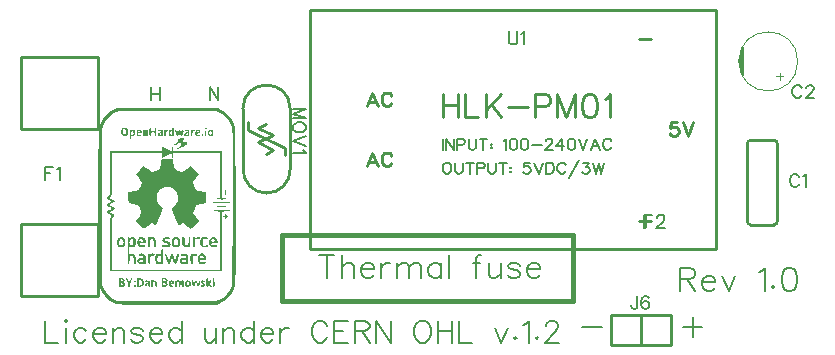
<source format=gto>
G04 ---------------------------- Layer name :TOP SILK LAYER*
G04 easyEDA 0.1*
G04 Scale: 100 percent, Rotated: No, Reflected: No *
G04 Dimensions in inches *
G04 leading zeros omitted , absolute positions ,2 integer and 4 *
%FSLAX24Y24*%
%MOIN*%
G90*
G70D02*

%ADD10C,0.010000*%
%ADD11C,0.015240*%
%ADD12C,0.003937*%
%ADD13C,0.007000*%
%ADD14C,0.009842*%
%ADD15C,0.008000*%

%LPD*%

%LPD*%
G36*
G01X4073Y8219D02*
G01X4073Y8219D01*
G01X4073Y8219D01*
G01X4052Y8211D01*
G01X4031Y8203D01*
G01X4010Y8193D01*
G01X3989Y8184D01*
G01X3969Y8173D01*
G01X3949Y8162D01*
G01X3929Y8150D01*
G01X3910Y8138D01*
G01X3891Y8125D01*
G01X3872Y8111D01*
G01X3854Y8097D01*
G01X3836Y8083D01*
G01X3818Y8068D01*
G01X3801Y8052D01*
G01X3784Y8036D01*
G01X3767Y8019D01*
G01X3751Y8002D01*
G01X3736Y7985D01*
G01X3720Y7966D01*
G01X3706Y7948D01*
G01X3691Y7929D01*
G01X3677Y7910D01*
G01X3664Y7890D01*
G01X3651Y7870D01*
G01X3638Y7849D01*
G01X3626Y7828D01*
G01X3615Y7807D01*
G01X3604Y7785D01*
G01X3593Y7763D01*
G01X3583Y7740D01*
G01X3574Y7718D01*
G01X3565Y7695D01*
G01X3557Y7671D01*
G01X3549Y7648D01*
G01X3542Y7624D01*
G01X3535Y7600D01*
G01X3529Y7576D01*
G01X3524Y7551D01*
G01X3519Y7526D01*
G01X3515Y7501D01*
G01X3515Y7501D01*
G01X3514Y7498D01*
G01X3514Y7495D01*
G01X3513Y7491D01*
G01X3513Y7487D01*
G01X3513Y7482D01*
G01X3512Y7477D01*
G01X3512Y7472D01*
G01X3512Y7466D01*
G01X3512Y7460D01*
G01X3511Y7453D01*
G01X3511Y7446D01*
G01X3511Y7439D01*
G01X3510Y7431D01*
G01X3510Y7423D01*
G01X3510Y7414D01*
G01X3509Y7405D01*
G01X3509Y7395D01*
G01X3509Y7385D01*
G01X3509Y7375D01*
G01X3508Y7364D01*
G01X3508Y7353D01*
G01X3508Y7341D01*
G01X3508Y7329D01*
G01X3507Y7316D01*
G01X3507Y7303D01*
G01X3507Y7290D01*
G01X3507Y7276D01*
G01X3506Y7262D01*
G01X3506Y7247D01*
G01X3506Y7232D01*
G01X3506Y7217D01*
G01X3505Y7201D01*
G01X3505Y7184D01*
G01X3505Y7168D01*
G01X3505Y7150D01*
G01X3505Y7133D01*
G01X3504Y7115D01*
G01X3504Y7096D01*
G01X3504Y7077D01*
G01X3504Y7058D01*
G01X3504Y7038D01*
G01X3503Y7017D01*
G01X3503Y6997D01*
G01X3503Y6976D01*
G01X3503Y6954D01*
G01X3503Y6932D01*
G01X3503Y6910D01*
G01X3502Y6887D01*
G01X3502Y6863D01*
G01X3502Y6840D01*
G01X3502Y6815D01*
G01X3502Y6791D01*
G01X3502Y6766D01*
G01X3502Y6740D01*
G01X3501Y6714D01*
G01X3501Y6688D01*
G01X3501Y6661D01*
G01X3501Y6633D01*
G01X3501Y6606D01*
G01X3501Y6577D01*
G01X3501Y6549D01*
G01X3501Y6520D01*
G01X3501Y6490D01*
G01X3501Y6460D01*
G01X3500Y6430D01*
G01X3500Y6399D01*
G01X3500Y6367D01*
G01X3500Y6336D01*
G01X3500Y6303D01*
G01X3500Y6271D01*
G01X3500Y6238D01*
G01X3500Y6204D01*
G01X3500Y6170D01*
G01X3500Y6135D01*
G01X3500Y6100D01*
G01X3500Y6065D01*
G01X3500Y6029D01*
G01X3500Y5993D01*
G01X3500Y5956D01*
G01X3500Y5919D01*
G01X3500Y5881D01*
G01X3500Y5843D01*
G01X3500Y5804D01*
G01X3500Y5765D01*
G01X3500Y5726D01*
G01X3500Y5686D01*
G01X3500Y5645D01*
G01X3500Y5604D01*
G01X3500Y5563D01*
G01X3500Y5521D01*
G01X3500Y5479D01*
G01X3500Y5436D01*
G01X3500Y5393D01*
G01X3500Y5349D01*
G01X3500Y5305D01*
G01X3500Y5260D01*
G01X3500Y5215D01*
G01X3500Y5170D01*
G01X3500Y5123D01*
G01X3500Y5077D01*
G01X3500Y5030D01*
G01X3500Y4983D01*
G01X3500Y4935D01*
G01X3501Y4886D01*
G01X3501Y4886D01*
G01X3501Y4819D01*
G01X3501Y4754D01*
G01X3501Y4689D01*
G01X3501Y4626D01*
G01X3501Y4564D01*
G01X3501Y4503D01*
G01X3502Y4443D01*
G01X3502Y4385D01*
G01X3502Y4327D01*
G01X3502Y4271D01*
G01X3502Y4216D01*
G01X3502Y4161D01*
G01X3503Y4108D01*
G01X3503Y4056D01*
G01X3503Y4005D01*
G01X3503Y3955D01*
G01X3503Y3906D01*
G01X3503Y3859D01*
G01X3503Y3812D01*
G01X3504Y3766D01*
G01X3504Y3721D01*
G01X3504Y3677D01*
G01X3504Y3634D01*
G01X3504Y3592D01*
G01X3504Y3551D01*
G01X3505Y3511D01*
G01X3505Y3471D01*
G01X3505Y3433D01*
G01X3505Y3396D01*
G01X3505Y3359D01*
G01X3505Y3324D01*
G01X3506Y3289D01*
G01X3506Y3255D01*
G01X3506Y3222D01*
G01X3506Y3189D01*
G01X3506Y3158D01*
G01X3506Y3127D01*
G01X3507Y3097D01*
G01X3507Y3068D01*
G01X3507Y3040D01*
G01X3507Y3012D01*
G01X3508Y2985D01*
G01X3508Y2959D01*
G01X3508Y2934D01*
G01X3508Y2909D01*
G01X3508Y2885D01*
G01X3509Y2862D01*
G01X3509Y2839D01*
G01X3509Y2817D01*
G01X3510Y2796D01*
G01X3510Y2776D01*
G01X3510Y2756D01*
G01X3510Y2736D01*
G01X3511Y2717D01*
G01X3511Y2699D01*
G01X3511Y2682D01*
G01X3512Y2665D01*
G01X3512Y2648D01*
G01X3512Y2632D01*
G01X3513Y2617D01*
G01X3513Y2602D01*
G01X3514Y2588D01*
G01X3514Y2574D01*
G01X3514Y2561D01*
G01X3515Y2548D01*
G01X3515Y2535D01*
G01X3516Y2523D01*
G01X3516Y2512D01*
G01X3516Y2501D01*
G01X3517Y2490D01*
G01X3517Y2480D01*
G01X3518Y2470D01*
G01X3518Y2461D01*
G01X3519Y2452D01*
G01X3519Y2443D01*
G01X3520Y2435D01*
G01X3521Y2427D01*
G01X3521Y2419D01*
G01X3522Y2412D01*
G01X3522Y2405D01*
G01X3523Y2399D01*
G01X3524Y2392D01*
G01X3524Y2386D01*
G01X3525Y2380D01*
G01X3526Y2375D01*
G01X3526Y2369D01*
G01X3527Y2364D01*
G01X3528Y2359D01*
G01X3528Y2355D01*
G01X3529Y2350D01*
G01X3530Y2346D01*
G01X3531Y2342D01*
G01X3532Y2338D01*
G01X3532Y2334D01*
G01X3533Y2330D01*
G01X3534Y2326D01*
G01X3535Y2323D01*
G01X3536Y2320D01*
G01X3537Y2316D01*
G01X3538Y2313D01*
G01X3539Y2310D01*
G01X3540Y2307D01*
G01X3541Y2304D01*
G01X3542Y2301D01*
G01X3542Y2301D01*
G01X3549Y2278D01*
G01X3558Y2255D01*
G01X3567Y2233D01*
G01X3577Y2210D01*
G01X3587Y2188D01*
G01X3598Y2166D01*
G01X3610Y2144D01*
G01X3622Y2122D01*
G01X3634Y2101D01*
G01X3647Y2080D01*
G01X3660Y2059D01*
G01X3674Y2039D01*
G01X3689Y2019D01*
G01X3703Y1999D01*
G01X3718Y1980D01*
G01X3733Y1961D01*
G01X3749Y1943D01*
G01X3765Y1926D01*
G01X3781Y1909D01*
G01X3798Y1892D01*
G01X3815Y1876D01*
G01X3832Y1861D01*
G01X3849Y1846D01*
G01X3866Y1832D01*
G01X3884Y1819D01*
G01X3902Y1807D01*
G01X3920Y1795D01*
G01X3938Y1784D01*
G01X3938Y1784D01*
G01X3944Y1780D01*
G01X3951Y1776D01*
G01X3958Y1772D01*
G01X3964Y1768D01*
G01X3971Y1765D01*
G01X3977Y1761D01*
G01X3984Y1757D01*
G01X3990Y1754D01*
G01X3996Y1751D01*
G01X4002Y1747D01*
G01X4009Y1744D01*
G01X4015Y1741D01*
G01X4022Y1738D01*
G01X4028Y1735D01*
G01X4035Y1732D01*
G01X4042Y1730D01*
G01X4049Y1727D01*
G01X4056Y1725D01*
G01X4064Y1722D01*
G01X4072Y1720D01*
G01X4080Y1718D01*
G01X4088Y1715D01*
G01X4096Y1713D01*
G01X4105Y1711D01*
G01X4115Y1709D01*
G01X4124Y1707D01*
G01X4135Y1706D01*
G01X4145Y1704D01*
G01X4156Y1702D01*
G01X4167Y1700D01*
G01X4179Y1699D01*
G01X4192Y1697D01*
G01X4205Y1696D01*
G01X4218Y1695D01*
G01X4233Y1693D01*
G01X4247Y1692D01*
G01X4263Y1691D01*
G01X4279Y1690D01*
G01X4296Y1689D01*
G01X4313Y1688D01*
G01X4331Y1687D01*
G01X4350Y1686D01*
G01X4370Y1685D01*
G01X4390Y1685D01*
G01X4411Y1684D01*
G01X4434Y1683D01*
G01X4457Y1683D01*
G01X4480Y1682D01*
G01X4505Y1681D01*
G01X4531Y1681D01*
G01X4558Y1680D01*
G01X4585Y1680D01*
G01X4614Y1680D01*
G01X4643Y1679D01*
G01X4674Y1679D01*
G01X4706Y1679D01*
G01X4739Y1679D01*
G01X4773Y1678D01*
G01X4808Y1678D01*
G01X4844Y1678D01*
G01X4881Y1678D01*
G01X4920Y1678D01*
G01X4960Y1678D01*
G01X5001Y1678D01*
G01X5043Y1678D01*
G01X5087Y1678D01*
G01X5132Y1678D01*
G01X5178Y1678D01*
G01X5226Y1678D01*
G01X5275Y1678D01*
G01X5325Y1678D01*
G01X5377Y1679D01*
G01X5431Y1679D01*
G01X5485Y1679D01*
G01X5542Y1679D01*
G01X5600Y1679D01*
G01X5659Y1680D01*
G01X5720Y1680D01*
G01X5782Y1680D01*
G01X5846Y1680D01*
G01X7441Y1684D01*
G01X7570Y1747D01*
G01X7570Y1747D01*
G01X7594Y1759D01*
G01X7617Y1771D01*
G01X7639Y1783D01*
G01X7660Y1796D01*
G01X7682Y1809D01*
G01X7702Y1822D01*
G01X7722Y1837D01*
G01X7742Y1851D01*
G01X7761Y1867D01*
G01X7779Y1882D01*
G01X7797Y1899D01*
G01X7815Y1915D01*
G01X7832Y1933D01*
G01X7849Y1951D01*
G01X7865Y1970D01*
G01X7881Y1989D01*
G01X7897Y2009D01*
G01X7912Y2029D01*
G01X7927Y2050D01*
G01X7941Y2072D01*
G01X7941Y2072D01*
G01X7945Y2077D01*
G01X7948Y2082D01*
G01X7951Y2087D01*
G01X7954Y2092D01*
G01X7957Y2096D01*
G01X7960Y2101D01*
G01X7963Y2105D01*
G01X7966Y2109D01*
G01X7969Y2114D01*
G01X7972Y2118D01*
G01X7975Y2122D01*
G01X7977Y2126D01*
G01X7980Y2130D01*
G01X7983Y2134D01*
G01X7985Y2139D01*
G01X7988Y2143D01*
G01X7990Y2147D01*
G01X7993Y2151D01*
G01X7995Y2155D01*
G01X7998Y2159D01*
G01X8000Y2163D01*
G01X8002Y2167D01*
G01X8004Y2172D01*
G01X8007Y2176D01*
G01X8009Y2181D01*
G01X8011Y2185D01*
G01X8013Y2190D01*
G01X8015Y2195D01*
G01X8017Y2199D01*
G01X8019Y2204D01*
G01X8021Y2210D01*
G01X8023Y2215D01*
G01X8024Y2220D01*
G01X8026Y2226D01*
G01X8028Y2232D01*
G01X8030Y2238D01*
G01X8031Y2244D01*
G01X8033Y2250D01*
G01X8034Y2257D01*
G01X8036Y2263D01*
G01X8037Y2270D01*
G01X8039Y2277D01*
G01X8040Y2285D01*
G01X8042Y2293D01*
G01X8043Y2301D01*
G01X8044Y2309D01*
G01X8046Y2317D01*
G01X8047Y2326D01*
G01X8048Y2335D01*
G01X8049Y2345D01*
G01X8051Y2354D01*
G01X8052Y2364D01*
G01X8053Y2375D01*
G01X8054Y2386D01*
G01X8055Y2397D01*
G01X8056Y2408D01*
G01X8057Y2420D01*
G01X8058Y2432D01*
G01X8059Y2445D01*
G01X8059Y2458D01*
G01X8060Y2471D01*
G01X8061Y2485D01*
G01X8062Y2499D01*
G01X8063Y2514D01*
G01X8063Y2529D01*
G01X8064Y2544D01*
G01X8065Y2560D01*
G01X8065Y2577D01*
G01X8066Y2594D01*
G01X8067Y2611D01*
G01X8067Y2629D01*
G01X8068Y2648D01*
G01X8068Y2667D01*
G01X8069Y2686D01*
G01X8069Y2706D01*
G01X8070Y2727D01*
G01X8070Y2748D01*
G01X8071Y2769D01*
G01X8071Y2792D01*
G01X8071Y2815D01*
G01X8072Y2838D01*
G01X8072Y2862D01*
G01X8072Y2887D01*
G01X8073Y2912D01*
G01X8073Y2938D01*
G01X8073Y2964D01*
G01X8073Y2991D01*
G01X8074Y3019D01*
G01X8074Y3048D01*
G01X8074Y3077D01*
G01X8074Y3106D01*
G01X8074Y3137D01*
G01X8075Y3168D01*
G01X8075Y3200D01*
G01X8075Y3233D01*
G01X8075Y3266D01*
G01X8075Y3300D01*
G01X8075Y3335D01*
G01X8075Y3370D01*
G01X8075Y3407D01*
G01X8075Y3444D01*
G01X8075Y3482D01*
G01X8075Y3520D01*
G01X8075Y3560D01*
G01X8075Y3600D01*
G01X8075Y3641D01*
G01X8075Y3683D01*
G01X8075Y3726D01*
G01X8075Y3769D01*
G01X8075Y3814D01*
G01X8075Y3859D01*
G01X8075Y3905D01*
G01X8074Y3952D01*
G01X8074Y4000D01*
G01X8074Y4049D01*
G01X8074Y4098D01*
G01X8074Y4149D01*
G01X8074Y4201D01*
G01X8074Y4253D01*
G01X8073Y4306D01*
G01X8073Y4361D01*
G01X8073Y4416D01*
G01X8073Y4472D01*
G01X8073Y4530D01*
G01X8073Y4588D01*
G01X8072Y4647D01*
G01X8072Y4707D01*
G01X8072Y4769D01*
G01X8072Y4831D01*
G01X8072Y4894D01*
G01X8072Y4959D01*
G01X8071Y5024D01*
G01X8066Y7619D01*
G01X7988Y7776D01*
G01X7988Y7776D01*
G01X7977Y7799D01*
G01X7965Y7822D01*
G01X7953Y7844D01*
G01X7940Y7865D01*
G01X7926Y7886D01*
G01X7912Y7907D01*
G01X7898Y7927D01*
G01X7883Y7947D01*
G01X7867Y7966D01*
G01X7851Y7985D01*
G01X7835Y8003D01*
G01X7819Y8021D01*
G01X7801Y8038D01*
G01X7784Y8055D01*
G01X7766Y8071D01*
G01X7748Y8086D01*
G01X7730Y8101D01*
G01X7711Y8116D01*
G01X7692Y8129D01*
G01X7673Y8142D01*
G01X7653Y8155D01*
G01X7633Y8167D01*
G01X7613Y8178D01*
G01X7592Y8188D01*
G01X7479Y8244D01*
G01X5824Y8249D01*
G01X5824Y8249D01*
G01X5761Y8249D01*
G01X5700Y8250D01*
G01X5640Y8250D01*
G01X5582Y8250D01*
G01X5525Y8250D01*
G01X5470Y8250D01*
G01X5417Y8250D01*
G01X5364Y8250D01*
G01X5314Y8250D01*
G01X5264Y8250D01*
G01X5216Y8251D01*
G01X5170Y8251D01*
G01X5125Y8251D01*
G01X5081Y8251D01*
G01X5038Y8251D01*
G01X4997Y8251D01*
G01X4957Y8251D01*
G01X4918Y8251D01*
G01X4881Y8251D01*
G01X4844Y8251D01*
G01X4809Y8251D01*
G01X4775Y8250D01*
G01X4742Y8250D01*
G01X4711Y8250D01*
G01X4680Y8250D01*
G01X4651Y8250D01*
G01X4622Y8250D01*
G01X4595Y8250D01*
G01X4568Y8250D01*
G01X4543Y8249D01*
G01X4518Y8249D01*
G01X4495Y8249D01*
G01X4472Y8249D01*
G01X4450Y8248D01*
G01X4429Y8248D01*
G01X4409Y8248D01*
G01X4390Y8247D01*
G01X4372Y8247D01*
G01X4354Y8247D01*
G01X4337Y8246D01*
G01X4321Y8246D01*
G01X4306Y8245D01*
G01X4291Y8245D01*
G01X4277Y8244D01*
G01X4264Y8244D01*
G01X4251Y8243D01*
G01X4239Y8243D01*
G01X4228Y8242D01*
G01X4217Y8241D01*
G01X4207Y8241D01*
G01X4197Y8240D01*
G01X4188Y8239D01*
G01X4179Y8239D01*
G01X4170Y8238D01*
G01X4162Y8237D01*
G01X4155Y8236D01*
G01X4148Y8236D01*
G01X4141Y8235D01*
G01X4135Y8234D01*
G01X4129Y8233D01*
G01X4123Y8232D01*
G01X4117Y8231D01*
G01X4112Y8230D01*
G01X4107Y8229D01*
G01X4102Y8228D01*
G01X4098Y8227D01*
G01X4093Y8225D01*
G01X4089Y8224D01*
G01X4085Y8223D01*
G01X4081Y8222D01*
G01X4077Y8221D01*
G01X4073Y8219D01*
G37*

%LPC*%
G36*
G01X7529Y8095D02*
G01X7529Y8095D01*
G01X7529Y8095D01*
G01X7551Y8085D01*
G01X7571Y8074D01*
G01X7592Y8063D01*
G01X7611Y8051D01*
G01X7631Y8039D01*
G01X7649Y8026D01*
G01X7668Y8013D01*
G01X7685Y8000D01*
G01X7703Y7986D01*
G01X7719Y7971D01*
G01X7736Y7956D01*
G01X7752Y7941D01*
G01X7767Y7925D01*
G01X7782Y7909D01*
G01X7796Y7892D01*
G01X7810Y7875D01*
G01X7824Y7857D01*
G01X7836Y7839D01*
G01X7849Y7820D01*
G01X7861Y7801D01*
G01X7872Y7781D01*
G01X7883Y7761D01*
G01X7894Y7740D01*
G01X7904Y7719D01*
G01X7913Y7698D01*
G01X7922Y7676D01*
G01X7930Y7653D01*
G01X7938Y7630D01*
G01X7938Y7630D01*
G01X7940Y7627D01*
G01X7941Y7624D01*
G01X7942Y7620D01*
G01X7943Y7617D01*
G01X7944Y7614D01*
G01X7945Y7611D01*
G01X7946Y7608D01*
G01X7947Y7604D01*
G01X7948Y7601D01*
G01X7949Y7598D01*
G01X7950Y7594D01*
G01X7951Y7591D01*
G01X7951Y7587D01*
G01X7952Y7583D01*
G01X7953Y7579D01*
G01X7954Y7575D01*
G01X7955Y7571D01*
G01X7956Y7567D01*
G01X7956Y7562D01*
G01X7957Y7558D01*
G01X7958Y7553D01*
G01X7959Y7548D01*
G01X7959Y7543D01*
G01X7960Y7537D01*
G01X7961Y7531D01*
G01X7961Y7525D01*
G01X7962Y7519D01*
G01X7963Y7512D01*
G01X7963Y7505D01*
G01X7964Y7498D01*
G01X7964Y7491D01*
G01X7965Y7483D01*
G01X7966Y7475D01*
G01X7966Y7466D01*
G01X7967Y7457D01*
G01X7967Y7448D01*
G01X7968Y7438D01*
G01X7968Y7428D01*
G01X7968Y7417D01*
G01X7969Y7406D01*
G01X7969Y7395D01*
G01X7970Y7383D01*
G01X7970Y7370D01*
G01X7971Y7357D01*
G01X7971Y7344D01*
G01X7971Y7330D01*
G01X7972Y7316D01*
G01X7972Y7301D01*
G01X7972Y7285D01*
G01X7973Y7269D01*
G01X7973Y7252D01*
G01X7973Y7235D01*
G01X7973Y7217D01*
G01X7974Y7199D01*
G01X7974Y7179D01*
G01X7974Y7160D01*
G01X7974Y7139D01*
G01X7975Y7118D01*
G01X7975Y7096D01*
G01X7975Y7074D01*
G01X7975Y7051D01*
G01X7975Y7027D01*
G01X7975Y7002D01*
G01X7976Y6977D01*
G01X7976Y6951D01*
G01X7976Y6924D01*
G01X7976Y6896D01*
G01X7976Y6867D01*
G01X7976Y6838D01*
G01X7976Y6808D01*
G01X7976Y6777D01*
G01X7976Y6745D01*
G01X7976Y6713D01*
G01X7977Y6679D01*
G01X7977Y6645D01*
G01X7977Y6609D01*
G01X7977Y6573D01*
G01X7977Y6536D01*
G01X7977Y6498D01*
G01X7977Y6459D01*
G01X7977Y6419D01*
G01X7977Y6378D01*
G01X7977Y6336D01*
G01X7977Y6293D01*
G01X7977Y6249D01*
G01X7977Y6204D01*
G01X7976Y6158D01*
G01X7976Y6111D01*
G01X7976Y6063D01*
G01X7976Y6014D01*
G01X7976Y5964D01*
G01X7976Y5912D01*
G01X7976Y5860D01*
G01X7976Y5806D01*
G01X7976Y5751D01*
G01X7976Y5695D01*
G01X7976Y5638D01*
G01X7976Y5580D01*
G01X7976Y5521D01*
G01X7975Y5460D01*
G01X7975Y5398D01*
G01X7975Y5335D01*
G01X7975Y5271D01*
G01X7975Y5205D01*
G01X7975Y5138D01*
G01X7975Y5070D01*
G01X7975Y5001D01*
G01X7974Y4930D01*
G01X7967Y2349D01*
G01X7904Y2219D01*
G01X7904Y2219D01*
G01X7894Y2198D01*
G01X7882Y2178D01*
G01X7869Y2157D01*
G01X7856Y2137D01*
G01X7842Y2117D01*
G01X7827Y2097D01*
G01X7812Y2077D01*
G01X7796Y2058D01*
G01X7779Y2039D01*
G01X7762Y2021D01*
G01X7745Y2003D01*
G01X7727Y1985D01*
G01X7709Y1969D01*
G01X7690Y1952D01*
G01X7671Y1937D01*
G01X7652Y1922D01*
G01X7633Y1908D01*
G01X7613Y1895D01*
G01X7594Y1882D01*
G01X7574Y1871D01*
G01X7555Y1860D01*
G01X7535Y1850D01*
G01X7516Y1842D01*
G01X7496Y1834D01*
G01X7496Y1834D01*
G01X7492Y1832D01*
G01X7487Y1831D01*
G01X7483Y1829D01*
G01X7478Y1827D01*
G01X7473Y1826D01*
G01X7469Y1824D01*
G01X7464Y1823D01*
G01X7459Y1821D01*
G01X7454Y1820D01*
G01X7449Y1818D01*
G01X7444Y1817D01*
G01X7439Y1816D01*
G01X7433Y1814D01*
G01X7427Y1813D01*
G01X7420Y1812D01*
G01X7413Y1811D01*
G01X7406Y1810D01*
G01X7399Y1809D01*
G01X7391Y1808D01*
G01X7382Y1807D01*
G01X7373Y1806D01*
G01X7363Y1805D01*
G01X7353Y1805D01*
G01X7342Y1804D01*
G01X7331Y1803D01*
G01X7319Y1802D01*
G01X7306Y1802D01*
G01X7292Y1801D01*
G01X7278Y1800D01*
G01X7263Y1800D01*
G01X7247Y1799D01*
G01X7230Y1799D01*
G01X7212Y1798D01*
G01X7193Y1798D01*
G01X7174Y1798D01*
G01X7153Y1797D01*
G01X7131Y1797D01*
G01X7108Y1797D01*
G01X7084Y1796D01*
G01X7059Y1796D01*
G01X7033Y1796D01*
G01X7006Y1796D01*
G01X6977Y1796D01*
G01X6947Y1795D01*
G01X6916Y1795D01*
G01X6884Y1795D01*
G01X6850Y1795D01*
G01X6815Y1795D01*
G01X6778Y1795D01*
G01X6740Y1795D01*
G01X6700Y1795D01*
G01X6659Y1795D01*
G01X6617Y1795D01*
G01X6572Y1795D01*
G01X6527Y1795D01*
G01X6479Y1795D01*
G01X6430Y1795D01*
G01X6379Y1795D01*
G01X6327Y1796D01*
G01X6272Y1796D01*
G01X6216Y1796D01*
G01X6158Y1796D01*
G01X6099Y1796D01*
G01X6037Y1796D01*
G01X5973Y1797D01*
G01X5908Y1797D01*
G01X5840Y1797D01*
G01X5770Y1797D01*
G01X4153Y1802D01*
G01X4044Y1853D01*
G01X4044Y1853D01*
G01X4023Y1864D01*
G01X4002Y1875D01*
G01X3981Y1888D01*
G01X3960Y1901D01*
G01X3940Y1916D01*
G01X3920Y1931D01*
G01X3900Y1947D01*
G01X3880Y1964D01*
G01X3861Y1982D01*
G01X3842Y2000D01*
G01X3824Y2020D01*
G01X3806Y2039D01*
G01X3789Y2060D01*
G01X3773Y2081D01*
G01X3757Y2103D01*
G01X3741Y2125D01*
G01X3727Y2147D01*
G01X3713Y2171D01*
G01X3700Y2194D01*
G01X3688Y2218D01*
G01X3623Y2349D01*
G01X3619Y4934D01*
G01X3619Y4934D01*
G01X3618Y4999D01*
G01X3618Y5062D01*
G01X3618Y5125D01*
G01X3618Y5187D01*
G01X3618Y5247D01*
G01X3618Y5306D01*
G01X3618Y5365D01*
G01X3618Y5422D01*
G01X3618Y5478D01*
G01X3618Y5534D01*
G01X3617Y5588D01*
G01X3617Y5642D01*
G01X3617Y5694D01*
G01X3617Y5745D01*
G01X3617Y5796D01*
G01X3617Y5846D01*
G01X3617Y5894D01*
G01X3617Y5942D01*
G01X3617Y5989D01*
G01X3617Y6035D01*
G01X3617Y6080D01*
G01X3617Y6124D01*
G01X3617Y6167D01*
G01X3617Y6209D01*
G01X3617Y6251D01*
G01X3617Y6291D01*
G01X3617Y6331D01*
G01X3617Y6370D01*
G01X3617Y6408D01*
G01X3617Y6446D01*
G01X3617Y6482D01*
G01X3617Y6518D01*
G01X3617Y6553D01*
G01X3617Y6587D01*
G01X3617Y6620D01*
G01X3617Y6653D01*
G01X3617Y6685D01*
G01X3617Y6716D01*
G01X3617Y6747D01*
G01X3617Y6776D01*
G01X3617Y6805D01*
G01X3617Y6834D01*
G01X3617Y6861D01*
G01X3617Y6888D01*
G01X3617Y6914D01*
G01X3618Y6940D01*
G01X3618Y6965D01*
G01X3618Y6989D01*
G01X3618Y7013D01*
G01X3618Y7036D01*
G01X3618Y7058D01*
G01X3618Y7080D01*
G01X3619Y7101D01*
G01X3619Y7122D01*
G01X3619Y7142D01*
G01X3619Y7161D01*
G01X3619Y7180D01*
G01X3620Y7199D01*
G01X3620Y7216D01*
G01X3620Y7234D01*
G01X3620Y7250D01*
G01X3620Y7267D01*
G01X3621Y7282D01*
G01X3621Y7298D01*
G01X3621Y7312D01*
G01X3622Y7327D01*
G01X3622Y7340D01*
G01X3622Y7354D01*
G01X3623Y7367D01*
G01X3623Y7379D01*
G01X3623Y7391D01*
G01X3624Y7403D01*
G01X3624Y7414D01*
G01X3624Y7425D01*
G01X3625Y7435D01*
G01X3625Y7445D01*
G01X3625Y7455D01*
G01X3626Y7464D01*
G01X3626Y7473D01*
G01X3627Y7481D01*
G01X3627Y7489D01*
G01X3628Y7497D01*
G01X3628Y7505D01*
G01X3629Y7512D01*
G01X3629Y7519D01*
G01X3630Y7526D01*
G01X3630Y7532D01*
G01X3631Y7538D01*
G01X3631Y7544D01*
G01X3632Y7549D01*
G01X3632Y7555D01*
G01X3633Y7560D01*
G01X3634Y7565D01*
G01X3634Y7569D01*
G01X3635Y7574D01*
G01X3636Y7578D01*
G01X3636Y7582D01*
G01X3637Y7586D01*
G01X3638Y7589D01*
G01X3638Y7593D01*
G01X3639Y7596D01*
G01X3640Y7599D01*
G01X3641Y7603D01*
G01X3641Y7605D01*
G01X3642Y7608D01*
G01X3643Y7611D01*
G01X3644Y7614D01*
G01X3644Y7616D01*
G01X3644Y7616D01*
G01X3653Y7640D01*
G01X3661Y7663D01*
G01X3670Y7686D01*
G01X3680Y7708D01*
G01X3690Y7730D01*
G01X3701Y7752D01*
G01X3712Y7773D01*
G01X3724Y7793D01*
G01X3736Y7813D01*
G01X3749Y7833D01*
G01X3762Y7851D01*
G01X3776Y7870D01*
G01X3790Y7888D01*
G01X3805Y7905D01*
G01X3820Y7922D01*
G01X3836Y7939D01*
G01X3852Y7955D01*
G01X3869Y7970D01*
G01X3886Y7985D01*
G01X3904Y7999D01*
G01X3922Y8013D01*
G01X3941Y8027D01*
G01X3960Y8039D01*
G01X3979Y8052D01*
G01X3999Y8063D01*
G01X4020Y8075D01*
G01X4041Y8085D01*
G01X4062Y8095D01*
G01X4084Y8105D01*
G01X4107Y8114D01*
G01X4129Y8122D01*
G01X4153Y8130D01*
G01X4153Y8130D01*
G01X4155Y8131D01*
G01X4159Y8132D01*
G01X4162Y8133D01*
G01X4167Y8133D01*
G01X4171Y8134D01*
G01X4176Y8135D01*
G01X4182Y8136D01*
G01X4188Y8136D01*
G01X4194Y8137D01*
G01X4201Y8138D01*
G01X4208Y8138D01*
G01X4216Y8139D01*
G01X4225Y8140D01*
G01X4234Y8140D01*
G01X4243Y8141D01*
G01X4253Y8141D01*
G01X4264Y8142D01*
G01X4275Y8142D01*
G01X4287Y8143D01*
G01X4299Y8143D01*
G01X4312Y8144D01*
G01X4326Y8144D01*
G01X4340Y8145D01*
G01X4355Y8145D01*
G01X4371Y8146D01*
G01X4387Y8146D01*
G01X4404Y8146D01*
G01X4422Y8147D01*
G01X4440Y8147D01*
G01X4459Y8147D01*
G01X4479Y8148D01*
G01X4499Y8148D01*
G01X4521Y8148D01*
G01X4543Y8149D01*
G01X4565Y8149D01*
G01X4589Y8149D01*
G01X4613Y8149D01*
G01X4639Y8150D01*
G01X4664Y8150D01*
G01X4691Y8150D01*
G01X4719Y8150D01*
G01X4747Y8150D01*
G01X4777Y8151D01*
G01X4807Y8151D01*
G01X4838Y8151D01*
G01X4870Y8151D01*
G01X4903Y8151D01*
G01X4937Y8151D01*
G01X4972Y8151D01*
G01X5008Y8151D01*
G01X5044Y8151D01*
G01X5082Y8151D01*
G01X5120Y8152D01*
G01X5160Y8152D01*
G01X5201Y8152D01*
G01X5242Y8152D01*
G01X5285Y8152D01*
G01X5329Y8152D01*
G01X5373Y8152D01*
G01X5419Y8152D01*
G01X5466Y8152D01*
G01X5514Y8152D01*
G01X5563Y8152D01*
G01X5613Y8151D01*
G01X5664Y8151D01*
G01X5716Y8151D01*
G01X5770Y8151D01*
G01X5824Y8151D01*
G01X7420Y8147D01*
G01X7529Y8095D01*
G37*

%LPD*%
G36*
G01X4290Y7557D02*
G01X4290Y7557D01*
G01X4290Y7557D01*
G01X4279Y7543D01*
G01X4270Y7526D01*
G01X4264Y7506D01*
G01X4260Y7484D01*
G01X4258Y7461D01*
G01X4259Y7437D01*
G01X4261Y7414D01*
G01X4265Y7391D01*
G01X4272Y7371D01*
G01X4280Y7352D01*
G01X4290Y7337D01*
G01X4303Y7326D01*
G01X4303Y7326D01*
G01X4320Y7315D01*
G01X4338Y7307D01*
G01X4356Y7302D01*
G01X4373Y7299D01*
G01X4390Y7299D01*
G01X4405Y7302D01*
G01X4420Y7307D01*
G01X4434Y7314D01*
G01X4447Y7324D01*
G01X4459Y7336D01*
G01X4469Y7351D01*
G01X4478Y7367D01*
G01X4485Y7385D01*
G01X4490Y7405D01*
G01X4493Y7427D01*
G01X4494Y7451D01*
G01X4494Y7451D01*
G01X4493Y7483D01*
G01X4487Y7511D01*
G01X4478Y7534D01*
G01X4465Y7553D01*
G01X4448Y7569D01*
G01X4428Y7579D01*
G01X4405Y7586D01*
G01X4378Y7588D01*
G01X4378Y7588D01*
G01X4353Y7586D01*
G01X4329Y7579D01*
G01X4306Y7569D01*
G01X4290Y7557D01*
G37*
G36*
G01X5200Y7441D02*
G01X5200Y7441D01*
G01X5200Y7441D01*
G01X5200Y7401D01*
G01X5201Y7369D01*
G01X5202Y7343D01*
G01X5205Y7324D01*
G01X5209Y7310D01*
G01X5214Y7301D01*
G01X5220Y7296D01*
G01X5228Y7294D01*
G01X5228Y7294D01*
G01X5242Y7298D01*
G01X5251Y7311D01*
G01X5256Y7332D01*
G01X5257Y7363D01*
G01X5257Y7363D01*
G01X5259Y7401D01*
G01X5267Y7421D01*
G01X5284Y7430D01*
G01X5317Y7432D01*
G01X5317Y7432D01*
G01X5348Y7430D01*
G01X5366Y7421D01*
G01X5373Y7401D01*
G01X5375Y7363D01*
G01X5375Y7363D01*
G01X5376Y7332D01*
G01X5382Y7311D01*
G01X5391Y7298D01*
G01X5403Y7294D01*
G01X5403Y7294D01*
G01X5412Y7296D01*
G01X5419Y7301D01*
G01X5424Y7310D01*
G01X5428Y7324D01*
G01X5431Y7343D01*
G01X5432Y7369D01*
G01X5433Y7401D01*
G01X5434Y7441D01*
G01X5434Y7441D01*
G01X5433Y7481D01*
G01X5432Y7514D01*
G01X5431Y7540D01*
G01X5428Y7559D01*
G01X5424Y7573D01*
G01X5419Y7582D01*
G01X5412Y7587D01*
G01X5403Y7588D01*
G01X5403Y7588D01*
G01X5391Y7584D01*
G01X5382Y7573D01*
G01X5376Y7555D01*
G01X5375Y7530D01*
G01X5375Y7530D01*
G01X5373Y7498D01*
G01X5365Y7480D01*
G01X5347Y7472D01*
G01X5317Y7470D01*
G01X5317Y7470D01*
G01X5285Y7472D01*
G01X5268Y7480D01*
G01X5259Y7498D01*
G01X5257Y7530D01*
G01X5257Y7530D01*
G01X5256Y7555D01*
G01X5250Y7573D01*
G01X5241Y7584D01*
G01X5228Y7588D01*
G01X5228Y7588D01*
G01X5220Y7587D01*
G01X5214Y7582D01*
G01X5209Y7573D01*
G01X5205Y7559D01*
G01X5202Y7540D01*
G01X5201Y7514D01*
G01X5200Y7481D01*
G01X5200Y7441D01*
G37*
G36*
G01X5962Y7549D02*
G01X5962Y7549D01*
G01X5962Y7549D01*
G01X5960Y7531D01*
G01X5951Y7519D01*
G01X5936Y7512D01*
G01X5913Y7510D01*
G01X5913Y7510D01*
G01X5894Y7509D01*
G01X5878Y7506D01*
G01X5866Y7500D01*
G01X5856Y7490D01*
G01X5850Y7477D01*
G01X5845Y7460D01*
G01X5842Y7437D01*
G01X5841Y7410D01*
G01X5841Y7410D01*
G01X5843Y7381D01*
G01X5848Y7355D01*
G01X5858Y7334D01*
G01X5871Y7317D01*
G01X5887Y7306D01*
G01X5905Y7300D01*
G01X5923Y7302D01*
G01X5942Y7310D01*
G01X5942Y7310D01*
G01X5959Y7318D01*
G01X5971Y7322D01*
G01X5979Y7321D01*
G01X5981Y7314D01*
G01X5981Y7314D01*
G01X5983Y7306D01*
G01X5988Y7300D01*
G01X5994Y7296D01*
G01X6000Y7294D01*
G01X6000Y7294D01*
G01X6005Y7297D01*
G01X6009Y7305D01*
G01X6012Y7319D01*
G01X6015Y7336D01*
G01X6017Y7358D01*
G01X6019Y7383D01*
G01X6020Y7411D01*
G01X6020Y7441D01*
G01X6020Y7441D01*
G01X6020Y7481D01*
G01X6019Y7514D01*
G01X6017Y7540D01*
G01X6014Y7559D01*
G01X6010Y7573D01*
G01X6005Y7582D01*
G01X5999Y7587D01*
G01X5991Y7588D01*
G01X5991Y7588D01*
G01X5980Y7585D01*
G01X5971Y7577D01*
G01X5965Y7565D01*
G01X5962Y7549D01*
G37*
G36*
G01X7049Y7570D02*
G01X7049Y7570D01*
G01X7049Y7570D01*
G01X7046Y7562D01*
G01X7047Y7554D01*
G01X7051Y7546D01*
G01X7058Y7539D01*
G01X7058Y7539D01*
G01X7077Y7535D01*
G01X7097Y7540D01*
G01X7111Y7552D01*
G01X7117Y7570D01*
G01X7117Y7570D01*
G01X7109Y7583D01*
G01X7089Y7588D01*
G01X7066Y7584D01*
G01X7049Y7570D01*
G37*
G36*
G01X4555Y7361D02*
G01X4555Y7361D01*
G01X4555Y7361D01*
G01X4555Y7331D01*
G01X4556Y7303D01*
G01X4557Y7278D01*
G01X4559Y7257D01*
G01X4562Y7240D01*
G01X4565Y7227D01*
G01X4569Y7219D01*
G01X4573Y7216D01*
G01X4573Y7216D01*
G01X4581Y7220D01*
G01X4587Y7230D01*
G01X4591Y7245D01*
G01X4592Y7263D01*
G01X4592Y7263D01*
G01X4594Y7285D01*
G01X4600Y7299D01*
G01X4610Y7304D01*
G01X4626Y7301D01*
G01X4626Y7301D01*
G01X4646Y7300D01*
G01X4666Y7306D01*
G01X4684Y7317D01*
G01X4700Y7334D01*
G01X4712Y7355D01*
G01X4721Y7380D01*
G01X4726Y7406D01*
G01X4726Y7434D01*
G01X4726Y7434D01*
G01X4720Y7471D01*
G01X4708Y7492D01*
G01X4682Y7500D01*
G01X4636Y7503D01*
G01X4555Y7507D01*
G01X4555Y7361D01*
G37*
G36*
G01X4782Y7480D02*
G01X4782Y7480D01*
G01X4782Y7480D01*
G01X4774Y7455D01*
G01X4770Y7429D01*
G01X4769Y7404D01*
G01X4771Y7380D01*
G01X4776Y7358D01*
G01X4784Y7339D01*
G01X4795Y7324D01*
G01X4809Y7313D01*
G01X4809Y7313D01*
G01X4826Y7306D01*
G01X4844Y7303D01*
G01X4864Y7302D01*
G01X4882Y7305D01*
G01X4899Y7309D01*
G01X4912Y7317D01*
G01X4921Y7326D01*
G01X4925Y7337D01*
G01X4925Y7337D01*
G01X4922Y7345D01*
G01X4917Y7349D01*
G01X4908Y7349D01*
G01X4898Y7347D01*
G01X4898Y7347D01*
G01X4884Y7345D01*
G01X4867Y7348D01*
G01X4849Y7354D01*
G01X4832Y7364D01*
G01X4832Y7364D01*
G01X4816Y7379D01*
G01X4815Y7387D01*
G01X4833Y7391D01*
G01X4873Y7392D01*
G01X4873Y7392D01*
G01X4904Y7394D01*
G01X4926Y7399D01*
G01X4938Y7408D01*
G01X4942Y7420D01*
G01X4942Y7420D01*
G01X4941Y7442D01*
G01X4938Y7461D01*
G01X4931Y7477D01*
G01X4922Y7489D01*
G01X4911Y7499D01*
G01X4896Y7505D01*
G01X4878Y7509D01*
G01X4857Y7510D01*
G01X4857Y7510D01*
G01X4829Y7508D01*
G01X4806Y7502D01*
G01X4790Y7493D01*
G01X4782Y7480D01*
G37*
G36*
G01X4982Y7401D02*
G01X4982Y7401D01*
G01X4982Y7401D01*
G01X4984Y7350D01*
G01X4989Y7317D01*
G01X4999Y7299D01*
G01X5013Y7294D01*
G01X5013Y7294D01*
G01X5026Y7299D01*
G01X5035Y7314D01*
G01X5040Y7341D01*
G01X5042Y7382D01*
G01X5042Y7382D01*
G01X5043Y7424D01*
G01X5048Y7451D01*
G01X5058Y7466D01*
G01X5071Y7470D01*
G01X5071Y7470D01*
G01X5085Y7466D01*
G01X5094Y7451D01*
G01X5099Y7424D01*
G01X5101Y7382D01*
G01X5101Y7382D01*
G01X5102Y7341D01*
G01X5107Y7313D01*
G01X5117Y7299D01*
G01X5132Y7294D01*
G01X5132Y7294D01*
G01X5147Y7299D01*
G01X5156Y7315D01*
G01X5158Y7346D01*
G01X5157Y7397D01*
G01X5150Y7501D01*
G01X5067Y7503D01*
G01X4982Y7507D01*
G01X4982Y7401D01*
G37*
G36*
G01X5492Y7491D02*
G01X5492Y7491D01*
G01X5492Y7491D01*
G01X5495Y7483D01*
G01X5506Y7477D01*
G01X5522Y7472D01*
G01X5542Y7470D01*
G01X5542Y7470D01*
G01X5563Y7469D01*
G01X5577Y7466D01*
G01X5586Y7461D01*
G01X5588Y7454D01*
G01X5583Y7447D01*
G01X5573Y7438D01*
G01X5555Y7428D01*
G01X5532Y7418D01*
G01X5532Y7418D01*
G01X5505Y7406D01*
G01X5486Y7391D01*
G01X5475Y7374D01*
G01X5471Y7355D01*
G01X5471Y7355D01*
G01X5473Y7339D01*
G01X5476Y7325D01*
G01X5481Y7316D01*
G01X5488Y7312D01*
G01X5488Y7312D01*
G01X5499Y7311D01*
G01X5520Y7310D01*
G01X5546Y7308D01*
G01X5576Y7305D01*
G01X5651Y7301D01*
G01X5645Y7401D01*
G01X5638Y7501D01*
G01X5567Y7507D01*
G01X5567Y7507D01*
G01X5536Y7507D01*
G01X5512Y7504D01*
G01X5497Y7499D01*
G01X5492Y7491D01*
G37*
G36*
G01X5688Y7402D02*
G01X5688Y7402D01*
G01X5688Y7402D01*
G01X5689Y7350D01*
G01X5694Y7317D01*
G01X5704Y7299D01*
G01X5717Y7294D01*
G01X5717Y7294D01*
G01X5731Y7299D01*
G01X5740Y7312D01*
G01X5745Y7337D01*
G01X5746Y7374D01*
G01X5746Y7374D01*
G01X5748Y7409D01*
G01X5754Y7436D01*
G01X5763Y7454D01*
G01X5775Y7463D01*
G01X5775Y7463D01*
G01X5801Y7479D01*
G01X5803Y7495D01*
G01X5784Y7506D01*
G01X5746Y7510D01*
G01X5746Y7510D01*
G01X5727Y7510D01*
G01X5713Y7508D01*
G01X5702Y7504D01*
G01X5695Y7496D01*
G01X5691Y7483D01*
G01X5689Y7464D01*
G01X5688Y7438D01*
G01X5688Y7402D01*
G37*
G36*
G01X6078Y7409D02*
G01X6078Y7409D01*
G01X6078Y7409D01*
G01X6093Y7369D01*
G01X6106Y7338D01*
G01X6119Y7316D01*
G01X6131Y7304D01*
G01X6142Y7302D01*
G01X6151Y7309D01*
G01X6160Y7326D01*
G01X6167Y7352D01*
G01X6167Y7352D01*
G01X6173Y7377D01*
G01X6180Y7395D01*
G01X6186Y7405D01*
G01X6194Y7409D01*
G01X6201Y7406D01*
G01X6210Y7395D01*
G01X6219Y7378D01*
G01X6229Y7353D01*
G01X6229Y7353D01*
G01X6240Y7331D01*
G01X6251Y7312D01*
G01X6262Y7299D01*
G01X6270Y7294D01*
G01X6270Y7294D01*
G01X6280Y7303D01*
G01X6292Y7326D01*
G01X6304Y7360D01*
G01X6317Y7402D01*
G01X6317Y7402D01*
G01X6331Y7454D01*
G01X6337Y7487D01*
G01X6334Y7505D01*
G01X6324Y7510D01*
G01X6324Y7510D01*
G01X6314Y7505D01*
G01X6302Y7492D01*
G01X6291Y7472D01*
G01X6281Y7447D01*
G01X6262Y7382D01*
G01X6246Y7447D01*
G01X6246Y7447D01*
G01X6239Y7473D01*
G01X6230Y7492D01*
G01X6219Y7503D01*
G01X6207Y7508D01*
G01X6195Y7506D01*
G01X6184Y7497D01*
G01X6172Y7481D01*
G01X6162Y7457D01*
G01X6142Y7402D01*
G01X6121Y7457D01*
G01X6121Y7457D01*
G01X6111Y7477D01*
G01X6098Y7494D01*
G01X6084Y7506D01*
G01X6071Y7510D01*
G01X6071Y7510D01*
G01X6057Y7506D01*
G01X6054Y7492D01*
G01X6060Y7461D01*
G01X6078Y7409D01*
G37*
G36*
G01X6374Y7491D02*
G01X6374Y7491D01*
G01X6374Y7491D01*
G01X6378Y7483D01*
G01X6388Y7477D01*
G01X6403Y7472D01*
G01X6420Y7470D01*
G01X6420Y7470D01*
G01X6444Y7469D01*
G01X6462Y7465D01*
G01X6473Y7459D01*
G01X6478Y7452D01*
G01X6477Y7445D01*
G01X6468Y7437D01*
G01X6453Y7430D01*
G01X6431Y7424D01*
G01X6431Y7424D01*
G01X6407Y7417D01*
G01X6387Y7408D01*
G01X6373Y7396D01*
G01X6363Y7382D01*
G01X6359Y7367D01*
G01X6361Y7351D01*
G01X6368Y7335D01*
G01X6381Y7318D01*
G01X6381Y7318D01*
G01X6399Y7303D01*
G01X6414Y7296D01*
G01X6430Y7299D01*
G01X6450Y7310D01*
G01X6450Y7310D01*
G01X6467Y7318D01*
G01X6480Y7322D01*
G01X6488Y7321D01*
G01X6491Y7314D01*
G01X6491Y7314D01*
G01X6493Y7306D01*
G01X6497Y7300D01*
G01X6504Y7296D01*
G01X6512Y7294D01*
G01X6512Y7294D01*
G01X6520Y7301D01*
G01X6525Y7322D01*
G01X6527Y7355D01*
G01X6525Y7397D01*
G01X6520Y7501D01*
G01X6446Y7507D01*
G01X6446Y7507D01*
G01X6417Y7507D01*
G01X6394Y7504D01*
G01X6380Y7499D01*
G01X6374Y7491D01*
G37*
G36*
G01X6588Y7399D02*
G01X6588Y7399D01*
G01X6588Y7399D01*
G01X6590Y7358D01*
G01X6594Y7325D01*
G01X6600Y7302D01*
G01X6608Y7294D01*
G01X6608Y7294D01*
G01X6615Y7301D01*
G01X6622Y7318D01*
G01X6627Y7343D01*
G01X6628Y7374D01*
G01X6628Y7374D01*
G01X6630Y7414D01*
G01X6636Y7441D01*
G01X6647Y7457D01*
G01X6666Y7465D01*
G01X6666Y7465D01*
G01X6685Y7471D01*
G01X6698Y7478D01*
G01X6704Y7485D01*
G01X6704Y7492D01*
G01X6698Y7497D01*
G01X6686Y7502D01*
G01X6669Y7505D01*
G01X6646Y7505D01*
G01X6646Y7505D01*
G01X6627Y7505D01*
G01X6613Y7503D01*
G01X6603Y7499D01*
G01X6596Y7491D01*
G01X6591Y7478D01*
G01X6589Y7459D01*
G01X6589Y7433D01*
G01X6588Y7399D01*
G37*
G36*
G01X6749Y7487D02*
G01X6749Y7487D01*
G01X6749Y7487D01*
G01X6737Y7471D01*
G01X6729Y7453D01*
G01X6725Y7433D01*
G01X6725Y7412D01*
G01X6728Y7390D01*
G01X6734Y7369D01*
G01X6743Y7350D01*
G01X6754Y7332D01*
G01X6768Y7317D01*
G01X6784Y7305D01*
G01X6801Y7298D01*
G01X6820Y7295D01*
G01X6820Y7295D01*
G01X6852Y7301D01*
G01X6881Y7314D01*
G01X6898Y7328D01*
G01X6891Y7336D01*
G01X6891Y7336D01*
G01X6883Y7338D01*
G01X6872Y7340D01*
G01X6862Y7342D01*
G01X6853Y7344D01*
G01X6853Y7344D01*
G01X6843Y7347D01*
G01X6831Y7349D01*
G01X6819Y7351D01*
G01X6808Y7351D01*
G01X6808Y7351D01*
G01X6793Y7355D01*
G01X6784Y7360D01*
G01X6782Y7367D01*
G01X6786Y7374D01*
G01X6794Y7381D01*
G01X6808Y7387D01*
G01X6825Y7391D01*
G01X6845Y7392D01*
G01X6845Y7392D01*
G01X6877Y7394D01*
G01X6894Y7402D01*
G01X6900Y7418D01*
G01X6899Y7447D01*
G01X6899Y7447D01*
G01X6893Y7474D01*
G01X6882Y7491D01*
G01X6863Y7501D01*
G01X6833Y7507D01*
G01X6833Y7507D01*
G01X6808Y7507D01*
G01X6784Y7503D01*
G01X6764Y7496D01*
G01X6749Y7487D01*
G37*
G36*
G01X7058Y7402D02*
G01X7058Y7402D01*
G01X7058Y7402D01*
G01X7060Y7360D01*
G01X7064Y7326D01*
G01X7071Y7303D01*
G01X7078Y7294D01*
G01X7078Y7294D01*
G01X7085Y7303D01*
G01X7091Y7326D01*
G01X7095Y7360D01*
G01X7096Y7402D01*
G01X7096Y7402D01*
G01X7095Y7444D01*
G01X7091Y7478D01*
G01X7085Y7502D01*
G01X7078Y7510D01*
G01X7078Y7510D01*
G01X7071Y7502D01*
G01X7064Y7478D01*
G01X7060Y7444D01*
G01X7058Y7402D01*
G37*
G36*
G01X7156Y7469D02*
G01X7156Y7469D01*
G01X7156Y7469D01*
G01X7147Y7446D01*
G01X7142Y7422D01*
G01X7142Y7399D01*
G01X7147Y7378D01*
G01X7156Y7357D01*
G01X7168Y7340D01*
G01X7183Y7325D01*
G01X7200Y7313D01*
G01X7220Y7305D01*
G01X7241Y7302D01*
G01X7264Y7304D01*
G01X7287Y7311D01*
G01X7287Y7311D01*
G01X7303Y7322D01*
G01X7315Y7337D01*
G01X7325Y7356D01*
G01X7331Y7377D01*
G01X7334Y7401D01*
G01X7334Y7426D01*
G01X7329Y7453D01*
G01X7320Y7480D01*
G01X7320Y7480D01*
G01X7309Y7495D01*
G01X7291Y7505D01*
G01X7268Y7511D01*
G01X7241Y7511D01*
G01X7215Y7507D01*
G01X7190Y7499D01*
G01X7170Y7486D01*
G01X7156Y7469D01*
G37*
G36*
G01X6950Y7353D02*
G01X6950Y7353D01*
G01X6950Y7353D01*
G01X6946Y7343D01*
G01X6946Y7331D01*
G01X6950Y7320D01*
G01X6956Y7310D01*
G01X6956Y7310D01*
G01X6966Y7303D01*
G01X6975Y7302D01*
G01X6982Y7305D01*
G01X6988Y7314D01*
G01X6988Y7314D01*
G01X6993Y7325D01*
G01X6994Y7336D01*
G01X6991Y7348D01*
G01X6985Y7357D01*
G01X6985Y7357D01*
G01X6975Y7364D01*
G01X6966Y7365D01*
G01X6958Y7362D01*
G01X6950Y7353D01*
G37*
G36*
G01X6238Y7230D02*
G01X6238Y7230D01*
G01X6238Y7230D01*
G01X6199Y7218D01*
G01X6174Y7206D01*
G01X6163Y7192D01*
G01X6163Y7174D01*
G01X6163Y7174D01*
G01X6163Y7156D01*
G01X6150Y7135D01*
G01X6125Y7110D01*
G01X6087Y7080D01*
G01X6087Y7080D01*
G01X6054Y7054D01*
G01X6029Y7030D01*
G01X6015Y7011D01*
G01X6012Y6999D01*
G01X6012Y6999D01*
G01X6023Y6997D01*
G01X6044Y7004D01*
G01X6073Y7018D01*
G01X6106Y7040D01*
G01X6106Y7040D01*
G01X6137Y7061D01*
G01X6165Y7076D01*
G01X6189Y7085D01*
G01X6210Y7087D01*
G01X6228Y7085D01*
G01X6243Y7076D01*
G01X6254Y7061D01*
G01X6262Y7040D01*
G01X6262Y7040D01*
G01X6261Y7020D01*
G01X6248Y6998D01*
G01X6222Y6972D01*
G01X6181Y6940D01*
G01X6181Y6940D01*
G01X6148Y6915D01*
G01X6125Y6892D01*
G01X6114Y6876D01*
G01X6116Y6867D01*
G01X6116Y6867D01*
G01X6134Y6869D01*
G01X6160Y6880D01*
G01X6193Y6898D01*
G01X6228Y6922D01*
G01X6228Y6922D01*
G01X6262Y6944D01*
G01X6289Y6959D01*
G01X6307Y6966D01*
G01X6313Y6963D01*
G01X6313Y6963D01*
G01X6316Y6950D01*
G01X6322Y6943D01*
G01X6333Y6942D01*
G01X6346Y6947D01*
G01X6362Y6958D01*
G01X6380Y6974D01*
G01X6398Y6994D01*
G01X6417Y7019D01*
G01X6417Y7019D01*
G01X6437Y7049D01*
G01X6450Y7073D01*
G01X6455Y7090D01*
G01X6453Y7102D01*
G01X6443Y7108D01*
G01X6424Y7110D01*
G01X6398Y7106D01*
G01X6363Y7097D01*
G01X6363Y7097D01*
G01X6335Y7090D01*
G01X6310Y7086D01*
G01X6291Y7085D01*
G01X6281Y7086D01*
G01X6281Y7086D01*
G01X6281Y7095D01*
G01X6289Y7113D01*
G01X6303Y7136D01*
G01X6321Y7163D01*
G01X6321Y7163D01*
G01X6336Y7184D01*
G01X6348Y7203D01*
G01X6355Y7219D01*
G01X6359Y7233D01*
G01X6359Y7243D01*
G01X6355Y7251D01*
G01X6347Y7254D01*
G01X6335Y7252D01*
G01X6335Y7252D01*
G01X6325Y7250D01*
G01X6303Y7245D01*
G01X6273Y7238D01*
G01X6238Y7230D01*
G37*
G36*
G01X5610Y6884D02*
G01X5610Y6884D01*
G01X5610Y6805D01*
G01X4755Y6801D01*
G01X3898Y6795D01*
G01X3892Y6070D01*
G01X3886Y5344D01*
G01X3830Y5310D01*
G01X3830Y5310D01*
G01X3807Y5295D01*
G01X3788Y5278D01*
G01X3774Y5263D01*
G01X3769Y5251D01*
G01X3769Y5251D01*
G01X3777Y5238D01*
G01X3796Y5221D01*
G01X3826Y5202D01*
G01X3863Y5182D01*
G01X3957Y5136D01*
G01X3863Y5089D01*
G01X3863Y5089D01*
G01X3826Y5069D01*
G01X3796Y5048D01*
G01X3777Y5030D01*
G01X3769Y5017D01*
G01X3769Y5017D01*
G01X3777Y5004D01*
G01X3796Y4986D01*
G01X3826Y4967D01*
G01X3863Y4947D01*
G01X3863Y4947D01*
G01X3886Y4936D01*
G01X3905Y4926D01*
G01X3919Y4918D01*
G01X3929Y4910D01*
G01X3934Y4903D01*
G01X3934Y4895D01*
G01X3930Y4887D01*
G01X3920Y4878D01*
G01X3906Y4867D01*
G01X3886Y4855D01*
G01X3862Y4841D01*
G01X3832Y4824D01*
G01X3832Y4824D01*
G01X3807Y4809D01*
G01X3788Y4794D01*
G01X3774Y4780D01*
G01X3769Y4769D01*
G01X3769Y4769D01*
G01X3777Y4759D01*
G01X3796Y4743D01*
G01X3823Y4725D01*
G01X3857Y4707D01*
G01X3857Y4707D01*
G01X3889Y4691D01*
G01X3913Y4677D01*
G01X3930Y4665D01*
G01X3940Y4655D01*
G01X3944Y4646D01*
G01X3941Y4638D01*
G01X3932Y4631D01*
G01X3917Y4624D01*
G01X3917Y4624D01*
G01X3914Y4623D01*
G01X3913Y4621D01*
G01X3911Y4619D01*
G01X3909Y4616D01*
G01X3907Y4612D01*
G01X3906Y4607D01*
G01X3904Y4602D01*
G01X3903Y4595D01*
G01X3901Y4587D01*
G01X3900Y4578D01*
G01X3899Y4568D01*
G01X3898Y4557D01*
G01X3897Y4544D01*
G01X3896Y4530D01*
G01X3895Y4514D01*
G01X3894Y4496D01*
G01X3893Y4477D01*
G01X3893Y4456D01*
G01X3892Y4434D01*
G01X3891Y4409D01*
G01X3891Y4383D01*
G01X3890Y4354D01*
G01X3890Y4324D01*
G01X3889Y4291D01*
G01X3889Y4256D01*
G01X3889Y4219D01*
G01X3889Y4179D01*
G01X3888Y4137D01*
G01X3888Y4092D01*
G01X3888Y4045D01*
G01X3888Y3995D01*
G01X3888Y3942D01*
G01X3888Y3887D01*
G01X3888Y3828D01*
G01X3888Y3767D01*
G01X3888Y3702D01*
G01X3888Y2791D01*
G01X5756Y2791D01*
G01X7625Y2791D01*
G01X7625Y3788D01*
G01X7625Y4786D01*
G01X7758Y4792D01*
G01X7758Y4792D01*
G01X7810Y4796D01*
G01X7851Y4802D01*
G01X7877Y4809D01*
G01X7885Y4817D01*
G01X7885Y4817D01*
G01X7882Y4820D01*
G01X7875Y4823D01*
G01X7864Y4826D01*
G01X7849Y4828D01*
G01X7830Y4830D01*
G01X7807Y4832D01*
G01X7782Y4834D01*
G01X7753Y4835D01*
G01X7720Y4836D01*
G01X7685Y4837D01*
G01X7647Y4837D01*
G01X7606Y4837D01*
G01X7606Y4837D01*
G01X7565Y4837D01*
G01X7527Y4837D01*
G01X7492Y4836D01*
G01X7460Y4835D01*
G01X7431Y4834D01*
G01X7406Y4832D01*
G01X7383Y4830D01*
G01X7365Y4828D01*
G01X7351Y4826D01*
G01X7340Y4823D01*
G01X7334Y4820D01*
G01X7331Y4817D01*
G01X7331Y4817D01*
G01X7341Y4809D01*
G01X7366Y4802D01*
G01X7404Y4796D01*
G01X7449Y4792D01*
G01X7567Y4786D01*
G01X7567Y3818D01*
G01X7567Y2851D01*
G01X5756Y2851D01*
G01X3948Y2851D01*
G01X3948Y3709D01*
G01X3948Y4569D01*
G01X3998Y4607D01*
G01X3998Y4607D01*
G01X4018Y4624D01*
G01X4031Y4638D01*
G01X4036Y4652D01*
G01X4034Y4666D01*
G01X4024Y4681D01*
G01X4005Y4696D01*
G01X3978Y4713D01*
G01X3942Y4732D01*
G01X3861Y4774D01*
G01X3938Y4819D01*
G01X3938Y4819D01*
G01X3969Y4838D01*
G01X3997Y4852D01*
G01X4018Y4863D01*
G01X4030Y4866D01*
G01X4030Y4866D01*
G01X4035Y4869D01*
G01X4040Y4875D01*
G01X4043Y4884D01*
G01X4044Y4895D01*
G01X4044Y4895D01*
G01X4037Y4910D01*
G01X4017Y4930D01*
G01X3988Y4951D01*
G01X3953Y4972D01*
G01X3861Y5017D01*
G01X3953Y5072D01*
G01X3953Y5072D01*
G01X3988Y5094D01*
G01X4017Y5114D01*
G01X4037Y5131D01*
G01X4044Y5142D01*
G01X4044Y5142D01*
G01X4038Y5152D01*
G01X4020Y5166D01*
G01X3993Y5184D01*
G01X3961Y5201D01*
G01X3961Y5201D01*
G01X3925Y5220D01*
G01X3899Y5234D01*
G01X3882Y5245D01*
G01X3873Y5253D01*
G01X3872Y5261D01*
G01X3877Y5269D01*
G01X3888Y5278D01*
G01X3905Y5289D01*
G01X3905Y5289D01*
G01X3908Y5292D01*
G01X3912Y5295D01*
G01X3915Y5297D01*
G01X3918Y5301D01*
G01X3921Y5304D01*
G01X3924Y5308D01*
G01X3927Y5312D01*
G01X3929Y5318D01*
G01X3931Y5324D01*
G01X3933Y5331D01*
G01X3935Y5340D01*
G01X3937Y5350D01*
G01X3938Y5361D01*
G01X3939Y5374D01*
G01X3941Y5388D01*
G01X3942Y5405D01*
G01X3943Y5423D01*
G01X3944Y5444D01*
G01X3944Y5467D01*
G01X3945Y5492D01*
G01X3946Y5520D01*
G01X3946Y5550D01*
G01X3946Y5584D01*
G01X3947Y5620D01*
G01X3947Y5659D01*
G01X3947Y5702D01*
G01X3947Y5748D01*
G01X3947Y5797D01*
G01X3947Y5850D01*
G01X3947Y5907D01*
G01X3947Y5967D01*
G01X3948Y6032D01*
G01X3948Y6747D01*
G01X4780Y6747D01*
G01X5610Y6747D01*
G01X5610Y6668D01*
G01X5610Y6668D01*
G01X5612Y6638D01*
G01X5615Y6613D01*
G01X5621Y6596D01*
G01X5630Y6589D01*
G01X5630Y6589D01*
G01X5637Y6591D01*
G01X5648Y6595D01*
G01X5664Y6601D01*
G01X5684Y6610D01*
G01X5706Y6620D01*
G01X5731Y6632D01*
G01X5758Y6645D01*
G01X5785Y6659D01*
G01X5785Y6659D01*
G01X5813Y6673D01*
G01X5839Y6686D01*
G01X5863Y6697D01*
G01X5884Y6707D01*
G01X5902Y6715D01*
G01X5917Y6721D01*
G01X5926Y6725D01*
G01X5931Y6726D01*
G01X5931Y6726D01*
G01X5936Y6721D01*
G01X5939Y6707D01*
G01X5942Y6686D01*
G01X5942Y6659D01*
G01X5942Y6659D01*
G01X5944Y6632D01*
G01X5948Y6610D01*
G01X5954Y6595D01*
G01X5962Y6589D01*
G01X5962Y6589D01*
G01X5969Y6596D01*
G01X5975Y6613D01*
G01X5980Y6638D01*
G01X5981Y6668D01*
G01X5981Y6747D01*
G01X6774Y6747D01*
G01X7567Y6747D01*
G01X7567Y5992D01*
G01X7567Y5238D01*
G01X7506Y5238D01*
G01X7506Y5238D01*
G01X7481Y5237D01*
G01X7464Y5232D01*
G01X7455Y5225D01*
G01X7454Y5214D01*
G01X7454Y5214D01*
G01X7459Y5208D01*
G01X7467Y5203D01*
G01X7480Y5199D01*
G01X7497Y5195D01*
G01X7518Y5193D01*
G01X7543Y5191D01*
G01X7573Y5190D01*
G01X7606Y5189D01*
G01X7606Y5189D01*
G01X7641Y5190D01*
G01X7671Y5191D01*
G01X7696Y5193D01*
G01X7717Y5195D01*
G01X7734Y5199D01*
G01X7746Y5203D01*
G01X7754Y5208D01*
G01X7758Y5214D01*
G01X7758Y5214D01*
G01X7757Y5225D01*
G01X7747Y5232D01*
G01X7726Y5237D01*
G01X7696Y5238D01*
G01X7625Y5238D01*
G01X7621Y6017D01*
G01X7616Y6795D01*
G01X6799Y6801D01*
G01X5981Y6805D01*
G01X5981Y6874D01*
G01X5981Y6874D01*
G01X5980Y6900D01*
G01X5975Y6922D01*
G01X5969Y6937D01*
G01X5962Y6942D01*
G01X5962Y6942D01*
G01X5954Y6937D01*
G01X5948Y6922D01*
G01X5944Y6900D01*
G01X5942Y6874D01*
G01X5942Y6874D01*
G01X5942Y6847D01*
G01X5940Y6825D01*
G01X5937Y6811D01*
G01X5933Y6805D01*
G01X5933Y6805D01*
G01X5929Y6807D01*
G01X5919Y6811D01*
G01X5904Y6819D01*
G01X5885Y6828D01*
G01X5863Y6840D01*
G01X5838Y6853D01*
G01X5810Y6868D01*
G01X5781Y6884D01*
G01X5781Y6884D01*
G01X5753Y6900D01*
G01X5725Y6914D01*
G01X5699Y6927D01*
G01X5676Y6938D01*
G01X5657Y6948D01*
G01X5641Y6955D01*
G01X5630Y6960D01*
G01X5624Y6961D01*
G01X5624Y6961D01*
G01X5619Y6955D01*
G01X5614Y6938D01*
G01X5612Y6914D01*
G01X5610Y6884D01*
G37*
G36*
G01X5592Y6428D02*
G01X5592Y6428D01*
G01X5592Y6428D01*
G01X5587Y6403D01*
G01X5582Y6377D01*
G01X5577Y6351D01*
G01X5572Y6327D01*
G01X5568Y6304D01*
G01X5564Y6284D01*
G01X5561Y6268D01*
G01X5559Y6255D01*
G01X5559Y6255D01*
G01X5555Y6240D01*
G01X5548Y6227D01*
G01X5539Y6215D01*
G01X5526Y6203D01*
G01X5509Y6191D01*
G01X5486Y6179D01*
G01X5459Y6166D01*
G01X5425Y6151D01*
G01X5298Y6097D01*
G01X5150Y6199D01*
G01X5000Y6302D01*
G01X4875Y6177D01*
G01X4750Y6051D01*
G01X4848Y5901D01*
G01X4948Y5751D01*
G01X4903Y5647D01*
G01X4903Y5647D01*
G01X4884Y5602D01*
G01X4868Y5567D01*
G01X4855Y5540D01*
G01X4841Y5520D01*
G01X4828Y5506D01*
G01X4812Y5497D01*
G01X4794Y5490D01*
G01X4773Y5485D01*
G01X4773Y5485D01*
G01X4760Y5483D01*
G01X4743Y5480D01*
G01X4724Y5476D01*
G01X4702Y5472D01*
G01X4679Y5467D01*
G01X4655Y5463D01*
G01X4630Y5458D01*
G01X4607Y5453D01*
G01X4494Y5432D01*
G01X4498Y5251D01*
G01X4505Y5072D01*
G01X4667Y5042D01*
G01X4832Y5012D01*
G01X4878Y4897D01*
G01X4878Y4897D01*
G01X4887Y4873D01*
G01X4895Y4850D01*
G01X4903Y4827D01*
G01X4910Y4806D01*
G01X4916Y4787D01*
G01X4921Y4771D01*
G01X4924Y4758D01*
G01X4925Y4749D01*
G01X4925Y4749D01*
G01X4923Y4740D01*
G01X4918Y4727D01*
G01X4910Y4710D01*
G01X4899Y4690D01*
G01X4886Y4668D01*
G01X4871Y4643D01*
G01X4855Y4618D01*
G01X4836Y4592D01*
G01X4748Y4466D01*
G01X4869Y4343D01*
G01X4869Y4343D01*
G01X4895Y4319D01*
G01X4919Y4296D01*
G01X4941Y4275D01*
G01X4961Y4257D01*
G01X4978Y4241D01*
G01X4993Y4230D01*
G01X5003Y4223D01*
G01X5009Y4220D01*
G01X5009Y4220D01*
G01X5014Y4222D01*
G01X5025Y4227D01*
G01X5039Y4235D01*
G01X5057Y4246D01*
G01X5078Y4259D01*
G01X5100Y4275D01*
G01X5125Y4291D01*
G01X5150Y4309D01*
G01X5275Y4397D01*
G01X5342Y4364D01*
G01X5342Y4364D01*
G01X5371Y4352D01*
G01X5395Y4343D01*
G01X5412Y4339D01*
G01X5421Y4339D01*
G01X5421Y4339D01*
G01X5424Y4344D01*
G01X5429Y4355D01*
G01X5435Y4370D01*
G01X5444Y4389D01*
G01X5453Y4411D01*
G01X5464Y4437D01*
G01X5476Y4465D01*
G01X5488Y4496D01*
G01X5501Y4528D01*
G01X5515Y4562D01*
G01X5529Y4597D01*
G01X5542Y4632D01*
G01X5556Y4667D01*
G01X5570Y4701D01*
G01X5583Y4734D01*
G01X5595Y4766D01*
G01X5606Y4796D01*
G01X5617Y4823D01*
G01X5626Y4848D01*
G01X5633Y4869D01*
G01X5639Y4887D01*
G01X5644Y4900D01*
G01X5646Y4909D01*
G01X5646Y4912D01*
G01X5646Y4912D01*
G01X5639Y4918D01*
G01X5623Y4929D01*
G01X5601Y4944D01*
G01X5576Y4961D01*
G01X5576Y4961D01*
G01X5557Y4976D01*
G01X5539Y4992D01*
G01X5523Y5009D01*
G01X5508Y5029D01*
G01X5494Y5049D01*
G01X5482Y5071D01*
G01X5471Y5093D01*
G01X5461Y5117D01*
G01X5453Y5141D01*
G01X5447Y5166D01*
G01X5442Y5191D01*
G01X5438Y5216D01*
G01X5436Y5242D01*
G01X5436Y5268D01*
G01X5438Y5293D01*
G01X5441Y5318D01*
G01X5446Y5343D01*
G01X5453Y5368D01*
G01X5461Y5391D01*
G01X5471Y5414D01*
G01X5471Y5414D01*
G01X5484Y5436D01*
G01X5497Y5456D01*
G01X5511Y5475D01*
G01X5527Y5493D01*
G01X5544Y5510D01*
G01X5561Y5525D01*
G01X5580Y5540D01*
G01X5599Y5553D01*
G01X5619Y5565D01*
G01X5640Y5576D01*
G01X5661Y5585D01*
G01X5683Y5593D01*
G01X5705Y5599D01*
G01X5728Y5605D01*
G01X5751Y5608D01*
G01X5774Y5611D01*
G01X5797Y5612D01*
G01X5820Y5611D01*
G01X5844Y5609D01*
G01X5867Y5605D01*
G01X5890Y5600D01*
G01X5912Y5593D01*
G01X5935Y5584D01*
G01X5956Y5574D01*
G01X5956Y5574D01*
G01X5976Y5563D01*
G01X5995Y5551D01*
G01X6013Y5539D01*
G01X6030Y5525D01*
G01X6046Y5511D01*
G01X6061Y5495D01*
G01X6075Y5479D01*
G01X6087Y5463D01*
G01X6099Y5446D01*
G01X6110Y5428D01*
G01X6119Y5410D01*
G01X6127Y5391D01*
G01X6135Y5372D01*
G01X6141Y5353D01*
G01X6146Y5334D01*
G01X6150Y5314D01*
G01X6153Y5294D01*
G01X6155Y5274D01*
G01X6156Y5254D01*
G01X6155Y5233D01*
G01X6154Y5213D01*
G01X6151Y5193D01*
G01X6148Y5173D01*
G01X6143Y5154D01*
G01X6137Y5134D01*
G01X6130Y5115D01*
G01X6122Y5096D01*
G01X6112Y5078D01*
G01X6102Y5060D01*
G01X6090Y5043D01*
G01X6077Y5026D01*
G01X6063Y5010D01*
G01X6048Y4994D01*
G01X6032Y4979D01*
G01X6015Y4965D01*
G01X5996Y4952D01*
G01X5996Y4952D01*
G01X5976Y4937D01*
G01X5959Y4922D01*
G01X5947Y4909D01*
G01X5942Y4899D01*
G01X5942Y4899D01*
G01X5943Y4895D01*
G01X5947Y4885D01*
G01X5952Y4871D01*
G01X5958Y4854D01*
G01X5967Y4832D01*
G01X5976Y4808D01*
G01X5987Y4780D01*
G01X5998Y4751D01*
G01X6011Y4720D01*
G01X6024Y4687D01*
G01X6037Y4654D01*
G01X6051Y4620D01*
G01X6065Y4586D01*
G01X6079Y4552D01*
G01X6092Y4519D01*
G01X6105Y4488D01*
G01X6117Y4459D01*
G01X6129Y4431D01*
G01X6139Y4407D01*
G01X6149Y4385D01*
G01X6157Y4367D01*
G01X6163Y4353D01*
G01X6168Y4344D01*
G01X6170Y4339D01*
G01X6170Y4339D01*
G01X6179Y4338D01*
G01X6196Y4343D01*
G01X6219Y4352D01*
G01X6246Y4364D01*
G01X6316Y4397D01*
G01X6441Y4309D01*
G01X6441Y4309D01*
G01X6466Y4291D01*
G01X6490Y4275D01*
G01X6512Y4259D01*
G01X6533Y4246D01*
G01X6550Y4235D01*
G01X6565Y4227D01*
G01X6575Y4222D01*
G01X6581Y4220D01*
G01X6581Y4220D01*
G01X6587Y4223D01*
G01X6596Y4230D01*
G01X6610Y4241D01*
G01X6627Y4256D01*
G01X6647Y4273D01*
G01X6669Y4294D01*
G01X6693Y4317D01*
G01X6717Y4341D01*
G01X6841Y4461D01*
G01X6746Y4601D01*
G01X6650Y4740D01*
G01X6706Y4877D01*
G01X6760Y5013D01*
G01X6924Y5043D01*
G01X7087Y5072D01*
G01X7092Y5252D01*
G01X7099Y5432D01*
G01X6995Y5451D01*
G01X6995Y5451D01*
G01X6973Y5456D01*
G01X6950Y5460D01*
G01X6926Y5465D01*
G01X6902Y5470D01*
G01X6878Y5474D01*
G01X6857Y5478D01*
G01X6837Y5481D01*
G01X6820Y5484D01*
G01X6820Y5484D01*
G01X6798Y5489D01*
G01X6780Y5494D01*
G01X6765Y5502D01*
G01X6752Y5514D01*
G01X6740Y5531D01*
G01X6728Y5555D01*
G01X6713Y5587D01*
G01X6696Y5628D01*
G01X6645Y5759D01*
G01X6745Y5905D01*
G01X6842Y6051D01*
G01X6716Y6177D01*
G01X6588Y6305D01*
G01X6441Y6201D01*
G01X6292Y6097D01*
G01X6174Y6143D01*
G01X6174Y6143D01*
G01X6151Y6152D01*
G01X6130Y6160D01*
G01X6112Y6168D01*
G01X6096Y6177D01*
G01X6083Y6185D01*
G01X6071Y6194D01*
G01X6060Y6205D01*
G01X6051Y6217D01*
G01X6044Y6231D01*
G01X6037Y6247D01*
G01X6030Y6265D01*
G01X6024Y6287D01*
G01X6019Y6312D01*
G01X6013Y6340D01*
G01X6007Y6372D01*
G01X6000Y6409D01*
G01X5978Y6551D01*
G01X5796Y6551D01*
G01X5613Y6551D01*
G01X5592Y6428D01*
G37*
G36*
G01X7724Y5426D02*
G01X7724Y5426D01*
G01X7724Y5426D01*
G01X7726Y5391D01*
G01X7729Y5362D01*
G01X7735Y5343D01*
G01X7742Y5336D01*
G01X7742Y5336D01*
G01X7751Y5342D01*
G01X7757Y5359D01*
G01X7762Y5384D01*
G01X7763Y5413D01*
G01X7763Y5413D01*
G01X7762Y5445D01*
G01X7757Y5472D01*
G01X7751Y5493D01*
G01X7742Y5503D01*
G01X7742Y5503D01*
G01X7735Y5502D01*
G01X7729Y5488D01*
G01X7726Y5462D01*
G01X7724Y5426D01*
G37*
G36*
G01X7321Y5102D02*
G01X7321Y5102D01*
G01X7321Y5102D01*
G01X7320Y5094D01*
G01X7322Y5085D01*
G01X7327Y5077D01*
G01X7337Y5072D01*
G01X7337Y5072D01*
G01X7346Y5070D01*
G01X7358Y5068D01*
G01X7375Y5066D01*
G01X7395Y5065D01*
G01X7418Y5065D01*
G01X7444Y5064D01*
G01X7472Y5064D01*
G01X7502Y5064D01*
G01X7534Y5064D01*
G01X7566Y5065D01*
G01X7599Y5066D01*
G01X7632Y5067D01*
G01X7665Y5068D01*
G01X7698Y5070D01*
G01X7729Y5072D01*
G01X7758Y5073D01*
G01X7786Y5075D01*
G01X7812Y5077D01*
G01X7834Y5080D01*
G01X7854Y5082D01*
G01X7870Y5084D01*
G01X7881Y5086D01*
G01X7889Y5089D01*
G01X7891Y5091D01*
G01X7891Y5091D01*
G01X7889Y5095D01*
G01X7880Y5098D01*
G01X7868Y5101D01*
G01X7850Y5104D01*
G01X7829Y5106D01*
G01X7805Y5109D01*
G01X7777Y5111D01*
G01X7747Y5113D01*
G01X7716Y5114D01*
G01X7682Y5116D01*
G01X7648Y5117D01*
G01X7613Y5118D01*
G01X7578Y5118D01*
G01X7543Y5118D01*
G01X7509Y5118D01*
G01X7477Y5118D01*
G01X7446Y5117D01*
G01X7418Y5116D01*
G01X7392Y5115D01*
G01X7370Y5113D01*
G01X7351Y5111D01*
G01X7336Y5108D01*
G01X7326Y5105D01*
G01X7321Y5102D01*
G37*
G36*
G01X7460Y4964D02*
G01X7460Y4964D01*
G01X7460Y4964D01*
G01X7457Y4954D01*
G01X7459Y4945D01*
G01X7469Y4939D01*
G01X7486Y4934D01*
G01X7510Y4930D01*
G01X7541Y4929D01*
G01X7579Y4929D01*
G01X7625Y4930D01*
G01X7625Y4930D01*
G01X7678Y4934D01*
G01X7719Y4941D01*
G01X7746Y4949D01*
G01X7758Y4959D01*
G01X7758Y4959D01*
G01X7757Y4965D01*
G01X7749Y4970D01*
G01X7736Y4974D01*
G01X7718Y4977D01*
G01X7697Y4980D01*
G01X7673Y4982D01*
G01X7647Y4984D01*
G01X7620Y4985D01*
G01X7592Y4985D01*
G01X7565Y4984D01*
G01X7539Y4983D01*
G01X7516Y4980D01*
G01X7495Y4978D01*
G01X7479Y4974D01*
G01X7467Y4969D01*
G01X7460Y4964D01*
G37*
G36*
G01X7724Y4680D02*
G01X7724Y4680D01*
G01X7724Y4680D01*
G01X7721Y4669D01*
G01X7713Y4660D01*
G01X7700Y4653D01*
G01X7685Y4651D01*
G01X7685Y4651D01*
G01X7670Y4650D01*
G01X7657Y4645D01*
G01X7649Y4639D01*
G01X7645Y4632D01*
G01X7645Y4632D01*
G01X7648Y4625D01*
G01X7657Y4618D01*
G01X7669Y4614D01*
G01X7683Y4612D01*
G01X7683Y4612D01*
G01X7700Y4609D01*
G01X7713Y4600D01*
G01X7724Y4586D01*
G01X7731Y4568D01*
G01X7738Y4524D01*
G01X7753Y4568D01*
G01X7753Y4568D01*
G01X7762Y4585D01*
G01X7773Y4599D01*
G01X7784Y4609D01*
G01X7795Y4612D01*
G01X7795Y4612D01*
G01X7806Y4614D01*
G01X7814Y4618D01*
G01X7819Y4625D01*
G01X7821Y4632D01*
G01X7821Y4632D01*
G01X7819Y4639D01*
G01X7813Y4645D01*
G01X7804Y4650D01*
G01X7792Y4651D01*
G01X7792Y4651D01*
G01X7781Y4653D01*
G01X7772Y4660D01*
G01X7766Y4669D01*
G01X7763Y4680D01*
G01X7763Y4680D01*
G01X7762Y4692D01*
G01X7757Y4702D01*
G01X7751Y4708D01*
G01X7742Y4710D01*
G01X7742Y4710D01*
G01X7735Y4708D01*
G01X7729Y4702D01*
G01X7726Y4692D01*
G01X7724Y4680D01*
G37*
G36*
G01X4173Y3905D02*
G01X4173Y3905D01*
G01X4173Y3905D01*
G01X4159Y3893D01*
G01X4148Y3881D01*
G01X4139Y3869D01*
G01X4133Y3855D01*
G01X4128Y3840D01*
G01X4125Y3822D01*
G01X4124Y3800D01*
G01X4123Y3774D01*
G01X4123Y3774D01*
G01X4124Y3744D01*
G01X4127Y3717D01*
G01X4131Y3692D01*
G01X4137Y3671D01*
G01X4145Y3652D01*
G01X4155Y3637D01*
G01X4166Y3623D01*
G01X4180Y3613D01*
G01X4196Y3604D01*
G01X4214Y3599D01*
G01X4234Y3595D01*
G01X4257Y3594D01*
G01X4257Y3594D01*
G01X4281Y3595D01*
G01X4302Y3598D01*
G01X4322Y3603D01*
G01X4338Y3611D01*
G01X4353Y3620D01*
G01X4365Y3632D01*
G01X4375Y3647D01*
G01X4384Y3664D01*
G01X4390Y3684D01*
G01X4394Y3707D01*
G01X4397Y3733D01*
G01X4398Y3762D01*
G01X4398Y3762D01*
G01X4397Y3799D01*
G01X4394Y3828D01*
G01X4390Y3852D01*
G01X4384Y3871D01*
G01X4374Y3887D01*
G01X4362Y3900D01*
G01X4346Y3912D01*
G01X4326Y3924D01*
G01X4326Y3924D01*
G01X4304Y3934D01*
G01X4284Y3941D01*
G01X4266Y3944D01*
G01X4248Y3944D01*
G01X4231Y3940D01*
G01X4213Y3932D01*
G01X4194Y3921D01*
G01X4173Y3905D01*
G37*
G36*
G01X4475Y3497D02*
G01X4475Y3497D01*
G01X4475Y3497D01*
G01X4475Y3442D01*
G01X4475Y3392D01*
G01X4475Y3346D01*
G01X4475Y3303D01*
G01X4476Y3265D01*
G01X4476Y3231D01*
G01X4477Y3200D01*
G01X4478Y3173D01*
G01X4479Y3149D01*
G01X4480Y3128D01*
G01X4481Y3110D01*
G01X4483Y3094D01*
G01X4484Y3081D01*
G01X4486Y3071D01*
G01X4488Y3062D01*
G01X4491Y3056D01*
G01X4493Y3051D01*
G01X4496Y3048D01*
G01X4499Y3046D01*
G01X4503Y3045D01*
G01X4503Y3045D01*
G01X4517Y3051D01*
G01X4527Y3072D01*
G01X4533Y3109D01*
G01X4538Y3166D01*
G01X4538Y3166D01*
G01X4540Y3196D01*
G01X4543Y3223D01*
G01X4547Y3246D01*
G01X4552Y3266D01*
G01X4559Y3283D01*
G01X4566Y3296D01*
G01X4575Y3307D01*
G01X4586Y3314D01*
G01X4597Y3318D01*
G01X4610Y3320D01*
G01X4624Y3318D01*
G01X4640Y3313D01*
G01X4640Y3313D01*
G01X4648Y3309D01*
G01X4655Y3302D01*
G01X4661Y3292D01*
G01X4665Y3278D01*
G01X4668Y3260D01*
G01X4670Y3237D01*
G01X4671Y3209D01*
G01X4671Y3174D01*
G01X4671Y3174D01*
G01X4672Y3136D01*
G01X4672Y3106D01*
G01X4674Y3083D01*
G01X4677Y3067D01*
G01X4682Y3056D01*
G01X4688Y3049D01*
G01X4697Y3046D01*
G01X4709Y3045D01*
G01X4709Y3045D01*
G01X4720Y3046D01*
G01X4730Y3049D01*
G01X4737Y3055D01*
G01X4742Y3065D01*
G01X4745Y3080D01*
G01X4747Y3101D01*
G01X4748Y3129D01*
G01X4748Y3164D01*
G01X4748Y3164D01*
G01X4748Y3196D01*
G01X4746Y3226D01*
G01X4742Y3254D01*
G01X4738Y3279D01*
G01X4732Y3301D01*
G01X4725Y3321D01*
G01X4716Y3339D01*
G01X4706Y3354D01*
G01X4695Y3366D01*
G01X4683Y3376D01*
G01X4669Y3383D01*
G01X4654Y3388D01*
G01X4638Y3390D01*
G01X4621Y3389D01*
G01X4603Y3386D01*
G01X4584Y3380D01*
G01X4534Y3360D01*
G01X4534Y3485D01*
G01X4534Y3609D01*
G01X4609Y3599D01*
G01X4609Y3599D01*
G01X4649Y3596D01*
G01X4677Y3600D01*
G01X4698Y3612D01*
G01X4717Y3635D01*
G01X4717Y3635D01*
G01X4724Y3649D01*
G01X4731Y3666D01*
G01X4737Y3684D01*
G01X4741Y3704D01*
G01X4745Y3725D01*
G01X4747Y3747D01*
G01X4747Y3769D01*
G01X4747Y3792D01*
G01X4744Y3814D01*
G01X4741Y3836D01*
G01X4736Y3857D01*
G01X4730Y3876D01*
G01X4730Y3876D01*
G01X4719Y3896D01*
G01X4704Y3913D01*
G01X4685Y3926D01*
G01X4665Y3935D01*
G01X4643Y3940D01*
G01X4620Y3941D01*
G01X4597Y3937D01*
G01X4575Y3927D01*
G01X4575Y3927D01*
G01X4557Y3919D01*
G01X4544Y3916D01*
G01X4536Y3918D01*
G01X4534Y3926D01*
G01X4534Y3926D01*
G01X4531Y3934D01*
G01X4525Y3941D01*
G01X4516Y3945D01*
G01X4505Y3947D01*
G01X4505Y3947D01*
G01X4501Y3947D01*
G01X4497Y3945D01*
G01X4494Y3942D01*
G01X4491Y3938D01*
G01X4488Y3931D01*
G01X4486Y3923D01*
G01X4484Y3913D01*
G01X4482Y3900D01*
G01X4481Y3885D01*
G01X4479Y3867D01*
G01X4478Y3847D01*
G01X4477Y3823D01*
G01X4477Y3796D01*
G01X4476Y3765D01*
G01X4475Y3731D01*
G01X4475Y3693D01*
G01X4475Y3650D01*
G01X4475Y3604D01*
G01X4475Y3553D01*
G01X4475Y3497D01*
G37*
G36*
G01X4861Y3926D02*
G01X4861Y3926D01*
G01X4861Y3926D01*
G01X4848Y3916D01*
G01X4836Y3903D01*
G01X4826Y3888D01*
G01X4817Y3871D01*
G01X4809Y3852D01*
G01X4804Y3832D01*
G01X4800Y3811D01*
G01X4797Y3789D01*
G01X4797Y3767D01*
G01X4798Y3744D01*
G01X4801Y3722D01*
G01X4805Y3701D01*
G01X4812Y3680D01*
G01X4820Y3661D01*
G01X4830Y3644D01*
G01X4842Y3628D01*
G01X4842Y3628D01*
G01X4857Y3615D01*
G01X4878Y3606D01*
G01X4902Y3599D01*
G01X4928Y3595D01*
G01X4954Y3594D01*
G01X4980Y3596D01*
G01X5005Y3600D01*
G01X5026Y3606D01*
G01X5042Y3615D01*
G01X5053Y3625D01*
G01X5057Y3637D01*
G01X5053Y3651D01*
G01X5053Y3651D01*
G01X5042Y3660D01*
G01X5027Y3665D01*
G01X5006Y3665D01*
G01X4982Y3662D01*
G01X4982Y3662D01*
G01X4961Y3659D01*
G01X4940Y3659D01*
G01X4920Y3663D01*
G01X4903Y3669D01*
G01X4888Y3677D01*
G01X4876Y3688D01*
G01X4869Y3700D01*
G01X4867Y3713D01*
G01X4867Y3713D01*
G01X4875Y3721D01*
G01X4898Y3727D01*
G01X4932Y3731D01*
G01X4975Y3732D01*
G01X4975Y3732D01*
G01X5010Y3732D01*
G01X5037Y3733D01*
G01X5056Y3735D01*
G01X5069Y3739D01*
G01X5077Y3746D01*
G01X5081Y3757D01*
G01X5082Y3771D01*
G01X5082Y3790D01*
G01X5082Y3790D01*
G01X5081Y3811D01*
G01X5077Y3830D01*
G01X5070Y3849D01*
G01X5061Y3866D01*
G01X5050Y3882D01*
G01X5037Y3896D01*
G01X5023Y3909D01*
G01X5007Y3920D01*
G01X4990Y3929D01*
G01X4972Y3936D01*
G01X4954Y3941D01*
G01X4935Y3943D01*
G01X4916Y3943D01*
G01X4898Y3940D01*
G01X4879Y3935D01*
G01X4861Y3926D01*
G37*
G36*
G01X5140Y3770D02*
G01X5140Y3770D01*
G01X5140Y3770D01*
G01X5140Y3716D01*
G01X5141Y3674D01*
G01X5142Y3643D01*
G01X5146Y3621D01*
G01X5151Y3607D01*
G01X5158Y3599D01*
G01X5167Y3595D01*
G01X5180Y3594D01*
G01X5180Y3594D01*
G01X5191Y3595D01*
G01X5200Y3598D01*
G01X5207Y3604D01*
G01X5211Y3615D01*
G01X5214Y3631D01*
G01X5216Y3654D01*
G01X5216Y3684D01*
G01X5217Y3722D01*
G01X5217Y3722D01*
G01X5217Y3757D01*
G01X5218Y3785D01*
G01X5220Y3808D01*
G01X5224Y3826D01*
G01X5228Y3840D01*
G01X5234Y3850D01*
G01X5241Y3857D01*
G01X5250Y3862D01*
G01X5250Y3862D01*
G01X5265Y3867D01*
G01X5279Y3868D01*
G01X5292Y3867D01*
G01X5303Y3862D01*
G01X5313Y3855D01*
G01X5322Y3844D01*
G01X5330Y3831D01*
G01X5336Y3814D01*
G01X5342Y3794D01*
G01X5346Y3771D01*
G01X5349Y3744D01*
G01X5351Y3714D01*
G01X5351Y3714D01*
G01X5355Y3657D01*
G01X5362Y3620D01*
G01X5372Y3600D01*
G01X5386Y3594D01*
G01X5386Y3594D01*
G01X5394Y3596D01*
G01X5400Y3600D01*
G01X5405Y3610D01*
G01X5409Y3624D01*
G01X5410Y3643D01*
G01X5411Y3670D01*
G01X5411Y3703D01*
G01X5411Y3745D01*
G01X5411Y3745D01*
G01X5408Y3792D01*
G01X5406Y3829D01*
G01X5402Y3857D01*
G01X5397Y3878D01*
G01X5390Y3894D01*
G01X5380Y3906D01*
G01X5367Y3916D01*
G01X5351Y3926D01*
G01X5351Y3926D01*
G01X5322Y3940D01*
G01X5300Y3946D01*
G01X5280Y3943D01*
G01X5259Y3932D01*
G01X5259Y3932D01*
G01X5241Y3923D01*
G01X5227Y3920D01*
G01X5216Y3921D01*
G01X5207Y3927D01*
G01X5207Y3927D01*
G01X5201Y3935D01*
G01X5191Y3941D01*
G01X5180Y3945D01*
G01X5167Y3947D01*
G01X5167Y3947D01*
G01X5160Y3945D01*
G01X5154Y3939D01*
G01X5149Y3928D01*
G01X5146Y3911D01*
G01X5143Y3888D01*
G01X5141Y3857D01*
G01X5140Y3818D01*
G01X5140Y3770D01*
G37*
G36*
G01X5667Y3907D02*
G01X5667Y3907D01*
G01X5667Y3907D01*
G01X5652Y3889D01*
G01X5641Y3870D01*
G01X5634Y3852D01*
G01X5632Y3834D01*
G01X5634Y3817D01*
G01X5640Y3800D01*
G01X5651Y3785D01*
G01X5665Y3771D01*
G01X5682Y3759D01*
G01X5704Y3748D01*
G01X5728Y3740D01*
G01X5756Y3734D01*
G01X5756Y3734D01*
G01X5790Y3727D01*
G01X5815Y3717D01*
G01X5830Y3705D01*
G01X5835Y3691D01*
G01X5835Y3691D01*
G01X5831Y3679D01*
G01X5820Y3670D01*
G01X5803Y3662D01*
G01X5783Y3657D01*
G01X5759Y3656D01*
G01X5736Y3657D01*
G01X5712Y3662D01*
G01X5692Y3670D01*
G01X5692Y3670D01*
G01X5674Y3678D01*
G01X5658Y3680D01*
G01X5644Y3677D01*
G01X5631Y3668D01*
G01X5631Y3668D01*
G01X5624Y3658D01*
G01X5623Y3648D01*
G01X5626Y3638D01*
G01X5633Y3629D01*
G01X5644Y3621D01*
G01X5659Y3614D01*
G01X5676Y3607D01*
G01X5695Y3602D01*
G01X5716Y3598D01*
G01X5738Y3595D01*
G01X5761Y3594D01*
G01X5784Y3595D01*
G01X5806Y3597D01*
G01X5828Y3600D01*
G01X5848Y3606D01*
G01X5866Y3614D01*
G01X5866Y3614D01*
G01X5881Y3626D01*
G01X5892Y3643D01*
G01X5899Y3664D01*
G01X5903Y3687D01*
G01X5903Y3710D01*
G01X5899Y3732D01*
G01X5891Y3751D01*
G01X5878Y3766D01*
G01X5878Y3766D01*
G01X5864Y3775D01*
G01X5840Y3784D01*
G01X5812Y3793D01*
G01X5781Y3801D01*
G01X5781Y3801D01*
G01X5758Y3806D01*
G01X5739Y3813D01*
G01X5724Y3820D01*
G01X5713Y3828D01*
G01X5707Y3836D01*
G01X5705Y3843D01*
G01X5707Y3850D01*
G01X5713Y3857D01*
G01X5724Y3862D01*
G01X5739Y3865D01*
G01X5758Y3866D01*
G01X5781Y3865D01*
G01X5781Y3865D01*
G01X5817Y3864D01*
G01X5846Y3866D01*
G01X5868Y3871D01*
G01X5883Y3877D01*
G01X5891Y3886D01*
G01X5890Y3896D01*
G01X5881Y3907D01*
G01X5862Y3919D01*
G01X5862Y3919D01*
G01X5836Y3931D01*
G01X5809Y3940D01*
G01X5782Y3944D01*
G01X5756Y3944D01*
G01X5731Y3941D01*
G01X5707Y3933D01*
G01X5686Y3922D01*
G01X5667Y3907D01*
G37*
G36*
G01X5999Y3910D02*
G01X5999Y3910D01*
G01X5999Y3910D01*
G01X5987Y3900D01*
G01X5977Y3888D01*
G01X5969Y3876D01*
G01X5963Y3862D01*
G01X5959Y3845D01*
G01X5956Y3826D01*
G01X5954Y3803D01*
G01X5953Y3776D01*
G01X5953Y3776D01*
G01X5954Y3747D01*
G01X5956Y3720D01*
G01X5960Y3695D01*
G01X5967Y3674D01*
G01X5975Y3655D01*
G01X5986Y3639D01*
G01X5998Y3625D01*
G01X6013Y3614D01*
G01X6030Y3605D01*
G01X6049Y3599D01*
G01X6069Y3595D01*
G01X6092Y3594D01*
G01X6092Y3594D01*
G01X6115Y3595D01*
G01X6136Y3599D01*
G01X6155Y3605D01*
G01X6172Y3613D01*
G01X6187Y3624D01*
G01X6200Y3636D01*
G01X6210Y3652D01*
G01X6219Y3669D01*
G01X6226Y3689D01*
G01X6231Y3711D01*
G01X6234Y3735D01*
G01X6235Y3761D01*
G01X6235Y3761D01*
G01X6234Y3789D01*
G01X6230Y3815D01*
G01X6223Y3839D01*
G01X6214Y3861D01*
G01X6202Y3881D01*
G01X6189Y3899D01*
G01X6174Y3913D01*
G01X6158Y3926D01*
G01X6140Y3935D01*
G01X6121Y3942D01*
G01X6102Y3945D01*
G01X6081Y3945D01*
G01X6061Y3942D01*
G01X6040Y3935D01*
G01X6020Y3925D01*
G01X5999Y3910D01*
G37*
G36*
G01X6295Y3813D02*
G01X6295Y3813D01*
G01X6295Y3813D01*
G01X6296Y3781D01*
G01X6297Y3751D01*
G01X6299Y3725D01*
G01X6302Y3702D01*
G01X6306Y3681D01*
G01X6311Y3664D01*
G01X6318Y3649D01*
G01X6326Y3636D01*
G01X6336Y3625D01*
G01X6348Y3616D01*
G01X6361Y3610D01*
G01X6377Y3605D01*
G01X6395Y3601D01*
G01X6415Y3599D01*
G01X6437Y3599D01*
G01X6462Y3599D01*
G01X6567Y3601D01*
G01X6567Y3774D01*
G01X6567Y3774D01*
G01X6567Y3821D01*
G01X6566Y3859D01*
G01X6565Y3889D01*
G01X6563Y3912D01*
G01X6559Y3929D01*
G01X6555Y3939D01*
G01X6549Y3945D01*
G01X6541Y3947D01*
G01X6541Y3947D01*
G01X6533Y3946D01*
G01X6526Y3941D01*
G01X6521Y3932D01*
G01X6516Y3918D01*
G01X6513Y3901D01*
G01X6510Y3878D01*
G01X6508Y3850D01*
G01X6506Y3816D01*
G01X6506Y3816D01*
G01X6504Y3783D01*
G01X6501Y3754D01*
G01X6498Y3730D01*
G01X6494Y3710D01*
G01X6489Y3694D01*
G01X6483Y3682D01*
G01X6476Y3672D01*
G01X6467Y3665D01*
G01X6467Y3665D01*
G01X6453Y3658D01*
G01X6439Y3654D01*
G01X6427Y3654D01*
G01X6416Y3658D01*
G01X6406Y3666D01*
G01X6398Y3677D01*
G01X6391Y3692D01*
G01X6385Y3711D01*
G01X6380Y3733D01*
G01X6377Y3759D01*
G01X6375Y3789D01*
G01X6374Y3822D01*
G01X6374Y3822D01*
G01X6374Y3860D01*
G01X6373Y3889D01*
G01X6370Y3911D01*
G01X6367Y3927D01*
G01X6361Y3937D01*
G01X6354Y3943D01*
G01X6345Y3946D01*
G01X6333Y3947D01*
G01X6333Y3947D01*
G01X6322Y3946D01*
G01X6313Y3943D01*
G01X6306Y3937D01*
G01X6302Y3926D01*
G01X6298Y3909D01*
G01X6297Y3885D01*
G01X6296Y3854D01*
G01X6295Y3813D01*
G37*
G36*
G01X6660Y3934D02*
G01X6660Y3934D01*
G01X6660Y3934D01*
G01X6658Y3928D01*
G01X6655Y3916D01*
G01X6653Y3898D01*
G01X6651Y3876D01*
G01X6649Y3851D01*
G01X6648Y3822D01*
G01X6647Y3790D01*
G01X6646Y3757D01*
G01X6646Y3757D01*
G01X6647Y3708D01*
G01X6648Y3669D01*
G01X6650Y3641D01*
G01X6653Y3620D01*
G01X6658Y3607D01*
G01X6665Y3599D01*
G01X6674Y3595D01*
G01X6685Y3594D01*
G01X6685Y3594D01*
G01X6697Y3595D01*
G01X6706Y3599D01*
G01X6713Y3605D01*
G01X6719Y3617D01*
G01X6723Y3633D01*
G01X6725Y3657D01*
G01X6728Y3687D01*
G01X6729Y3726D01*
G01X6735Y3859D01*
G01X6803Y3868D01*
G01X6803Y3868D01*
G01X6829Y3874D01*
G01X6851Y3882D01*
G01X6869Y3892D01*
G01X6878Y3902D01*
G01X6878Y3902D01*
G01X6879Y3915D01*
G01X6874Y3925D01*
G01X6864Y3933D01*
G01X6850Y3939D01*
G01X6834Y3942D01*
G01X6815Y3941D01*
G01X6795Y3938D01*
G01X6774Y3930D01*
G01X6774Y3930D01*
G01X6753Y3922D01*
G01X6738Y3919D01*
G01X6729Y3921D01*
G01X6725Y3927D01*
G01X6725Y3927D01*
G01X6718Y3940D01*
G01X6701Y3946D01*
G01X6679Y3944D01*
G01X6660Y3934D01*
G37*
G36*
G01X6974Y3932D02*
G01X6974Y3932D01*
G01X6974Y3932D01*
G01X6959Y3925D01*
G01X6943Y3910D01*
G01X6926Y3890D01*
G01X6912Y3867D01*
G01X6912Y3867D01*
G01X6901Y3842D01*
G01X6892Y3817D01*
G01X6886Y3793D01*
G01X6884Y3768D01*
G01X6884Y3745D01*
G01X6886Y3722D01*
G01X6891Y3701D01*
G01X6899Y3681D01*
G01X6909Y3662D01*
G01X6922Y3646D01*
G01X6936Y3631D01*
G01X6953Y3618D01*
G01X6971Y3608D01*
G01X6991Y3600D01*
G01X7014Y3596D01*
G01X7037Y3594D01*
G01X7037Y3594D01*
G01X7068Y3596D01*
G01X7095Y3602D01*
G01X7118Y3611D01*
G01X7136Y3622D01*
G01X7148Y3635D01*
G01X7153Y3648D01*
G01X7150Y3661D01*
G01X7137Y3672D01*
G01X7137Y3672D01*
G01X7124Y3677D01*
G01X7108Y3677D01*
G01X7091Y3673D01*
G01X7074Y3665D01*
G01X7074Y3665D01*
G01X7052Y3655D01*
G01X7032Y3652D01*
G01X7015Y3656D01*
G01X7000Y3667D01*
G01X6987Y3684D01*
G01X6978Y3708D01*
G01X6972Y3737D01*
G01X6970Y3772D01*
G01X6970Y3859D01*
G01X7056Y3859D01*
G01X7056Y3859D01*
G01X7090Y3861D01*
G01X7117Y3865D01*
G01X7136Y3871D01*
G01X7147Y3879D01*
G01X7150Y3889D01*
G01X7144Y3900D01*
G01X7130Y3912D01*
G01X7106Y3924D01*
G01X7106Y3924D01*
G01X7073Y3938D01*
G01X7045Y3943D01*
G01X7014Y3941D01*
G01X6974Y3932D01*
G37*
G36*
G01X7242Y3902D02*
G01X7242Y3902D01*
G01X7242Y3902D01*
G01X7228Y3889D01*
G01X7217Y3876D01*
G01X7208Y3862D01*
G01X7202Y3848D01*
G01X7197Y3831D01*
G01X7194Y3812D01*
G01X7193Y3790D01*
G01X7192Y3763D01*
G01X7192Y3763D01*
G01X7193Y3735D01*
G01X7196Y3710D01*
G01X7200Y3688D01*
G01X7207Y3668D01*
G01X7215Y3650D01*
G01X7225Y3635D01*
G01X7237Y3623D01*
G01X7251Y3612D01*
G01X7267Y3604D01*
G01X7285Y3599D01*
G01X7306Y3595D01*
G01X7328Y3594D01*
G01X7328Y3594D01*
G01X7356Y3596D01*
G01X7383Y3600D01*
G01X7407Y3606D01*
G01X7428Y3614D01*
G01X7445Y3623D01*
G01X7456Y3633D01*
G01X7461Y3644D01*
G01X7458Y3655D01*
G01X7458Y3655D01*
G01X7449Y3661D01*
G01X7431Y3664D01*
G01X7407Y3664D01*
G01X7379Y3660D01*
G01X7379Y3660D01*
G01X7349Y3657D01*
G01X7322Y3658D01*
G01X7300Y3663D01*
G01X7283Y3672D01*
G01X7283Y3672D01*
G01X7267Y3687D01*
G01X7258Y3700D01*
G01X7257Y3710D01*
G01X7263Y3718D01*
G01X7276Y3725D01*
G01X7297Y3729D01*
G01X7326Y3731D01*
G01X7362Y3732D01*
G01X7470Y3732D01*
G01X7470Y3799D01*
G01X7470Y3799D01*
G01X7468Y3832D01*
G01X7459Y3859D01*
G01X7442Y3883D01*
G01X7417Y3905D01*
G01X7417Y3905D01*
G01X7393Y3923D01*
G01X7371Y3935D01*
G01X7349Y3942D01*
G01X7329Y3945D01*
G01X7308Y3942D01*
G01X7287Y3933D01*
G01X7266Y3920D01*
G01X7242Y3902D01*
G37*
G36*
G01X5603Y3522D02*
G01X5603Y3522D01*
G01X5603Y3522D01*
G01X5598Y3511D01*
G01X5593Y3491D01*
G01X5590Y3465D01*
G01X5588Y3434D01*
G01X5588Y3434D01*
G01X5588Y3393D01*
G01X5583Y3373D01*
G01X5572Y3369D01*
G01X5551Y3378D01*
G01X5551Y3378D01*
G01X5532Y3385D01*
G01X5512Y3387D01*
G01X5490Y3386D01*
G01X5469Y3380D01*
G01X5448Y3372D01*
G01X5430Y3360D01*
G01X5416Y3346D01*
G01X5407Y3330D01*
G01X5407Y3330D01*
G01X5402Y3309D01*
G01X5398Y3278D01*
G01X5396Y3241D01*
G01X5396Y3201D01*
G01X5396Y3201D01*
G01X5397Y3173D01*
G01X5400Y3147D01*
G01X5405Y3123D01*
G01X5412Y3102D01*
G01X5421Y3083D01*
G01X5431Y3066D01*
G01X5443Y3053D01*
G01X5456Y3043D01*
G01X5470Y3036D01*
G01X5485Y3032D01*
G01X5501Y3032D01*
G01X5517Y3035D01*
G01X5517Y3035D01*
G01X5539Y3041D01*
G01X5564Y3045D01*
G01X5590Y3047D01*
G01X5613Y3047D01*
G01X5667Y3045D01*
G01X5667Y3290D01*
G01X5667Y3290D01*
G01X5667Y3335D01*
G01X5667Y3375D01*
G01X5666Y3409D01*
G01X5665Y3439D01*
G01X5664Y3464D01*
G01X5663Y3485D01*
G01X5660Y3501D01*
G01X5658Y3514D01*
G01X5655Y3524D01*
G01X5651Y3530D01*
G01X5647Y3534D01*
G01X5642Y3535D01*
G01X5642Y3535D01*
G01X5631Y3534D01*
G01X5620Y3532D01*
G01X5611Y3528D01*
G01X5603Y3522D01*
G37*
G36*
G01X4869Y3377D02*
G01X4869Y3377D01*
G01X4869Y3377D01*
G01X4846Y3366D01*
G01X4833Y3354D01*
G01X4829Y3343D01*
G01X4833Y3333D01*
G01X4844Y3325D01*
G01X4863Y3319D01*
G01X4889Y3316D01*
G01X4921Y3316D01*
G01X4921Y3316D01*
G01X4964Y3318D01*
G01X4989Y3315D01*
G01X5000Y3304D01*
G01X5003Y3282D01*
G01X5003Y3282D01*
G01X5000Y3261D01*
G01X4989Y3249D01*
G01X4965Y3243D01*
G01X4925Y3241D01*
G01X4925Y3241D01*
G01X4886Y3239D01*
G01X4857Y3232D01*
G01X4835Y3217D01*
G01X4815Y3192D01*
G01X4815Y3192D01*
G01X4806Y3175D01*
G01X4799Y3158D01*
G01X4796Y3142D01*
G01X4796Y3127D01*
G01X4799Y3112D01*
G01X4804Y3098D01*
G01X4813Y3086D01*
G01X4824Y3075D01*
G01X4837Y3064D01*
G01X4853Y3056D01*
G01X4871Y3049D01*
G01X4890Y3043D01*
G01X4912Y3040D01*
G01X4936Y3038D01*
G01X4961Y3038D01*
G01X4988Y3040D01*
G01X5082Y3051D01*
G01X5082Y3160D01*
G01X5082Y3160D01*
G01X5082Y3197D01*
G01X5081Y3229D01*
G01X5079Y3257D01*
G01X5076Y3280D01*
G01X5071Y3301D01*
G01X5066Y3318D01*
G01X5059Y3333D01*
G01X5050Y3345D01*
G01X5040Y3355D01*
G01X5028Y3364D01*
G01X5014Y3371D01*
G01X4998Y3377D01*
G01X4998Y3377D01*
G01X4957Y3391D01*
G01X4930Y3395D01*
G01X4905Y3391D01*
G01X4869Y3377D01*
G37*
G36*
G01X5290Y3385D02*
G01X5290Y3385D01*
G01X5290Y3385D01*
G01X5280Y3381D01*
G01X5263Y3377D01*
G01X5241Y3375D01*
G01X5217Y3374D01*
G01X5161Y3376D01*
G01X5161Y3210D01*
G01X5161Y3210D01*
G01X5161Y3165D01*
G01X5162Y3128D01*
G01X5163Y3100D01*
G01X5166Y3078D01*
G01X5169Y3062D01*
G01X5174Y3052D01*
G01X5181Y3047D01*
G01X5190Y3045D01*
G01X5190Y3045D01*
G01X5203Y3051D01*
G01X5212Y3070D01*
G01X5216Y3105D01*
G01X5217Y3159D01*
G01X5217Y3159D01*
G01X5218Y3201D01*
G01X5221Y3236D01*
G01X5227Y3264D01*
G01X5237Y3285D01*
G01X5249Y3301D01*
G01X5265Y3311D01*
G01X5285Y3317D01*
G01X5309Y3319D01*
G01X5309Y3319D01*
G01X5343Y3325D01*
G01X5364Y3341D01*
G01X5369Y3361D01*
G01X5353Y3380D01*
G01X5353Y3380D01*
G01X5332Y3392D01*
G01X5316Y3397D01*
G01X5302Y3395D01*
G01X5290Y3385D01*
G37*
G36*
G01X6278Y3377D02*
G01X6278Y3377D01*
G01X6278Y3377D01*
G01X6256Y3366D01*
G01X6242Y3354D01*
G01X6238Y3343D01*
G01X6242Y3333D01*
G01X6254Y3325D01*
G01X6273Y3319D01*
G01X6299Y3316D01*
G01X6331Y3316D01*
G01X6331Y3316D01*
G01X6374Y3318D01*
G01X6399Y3315D01*
G01X6410Y3304D01*
G01X6412Y3282D01*
G01X6412Y3282D01*
G01X6410Y3262D01*
G01X6399Y3249D01*
G01X6376Y3243D01*
G01X6337Y3241D01*
G01X6337Y3241D01*
G01X6307Y3240D01*
G01X6281Y3236D01*
G01X6260Y3229D01*
G01X6244Y3218D01*
G01X6231Y3205D01*
G01X6223Y3187D01*
G01X6218Y3166D01*
G01X6216Y3140D01*
G01X6216Y3140D01*
G01X6218Y3121D01*
G01X6222Y3104D01*
G01X6229Y3088D01*
G01X6238Y3075D01*
G01X6251Y3063D01*
G01X6265Y3053D01*
G01X6282Y3045D01*
G01X6301Y3040D01*
G01X6323Y3036D01*
G01X6346Y3035D01*
G01X6372Y3035D01*
G01X6399Y3038D01*
G01X6491Y3051D01*
G01X6491Y3182D01*
G01X6491Y3182D01*
G01X6491Y3210D01*
G01X6490Y3237D01*
G01X6487Y3262D01*
G01X6485Y3284D01*
G01X6481Y3305D01*
G01X6477Y3321D01*
G01X6472Y3334D01*
G01X6466Y3343D01*
G01X6466Y3343D01*
G01X6452Y3357D01*
G01X6432Y3369D01*
G01X6409Y3378D01*
G01X6383Y3385D01*
G01X6356Y3388D01*
G01X6328Y3388D01*
G01X6302Y3384D01*
G01X6278Y3377D01*
G37*
G36*
G01X6688Y3382D02*
G01X6688Y3382D01*
G01X6688Y3382D01*
G01X6675Y3376D01*
G01X6657Y3373D01*
G01X6637Y3372D01*
G01X6616Y3374D01*
G01X6616Y3374D01*
G01X6600Y3377D01*
G01X6588Y3377D01*
G01X6579Y3372D01*
G01X6574Y3361D01*
G01X6570Y3341D01*
G01X6568Y3311D01*
G01X6568Y3270D01*
G01X6567Y3214D01*
G01X6567Y3214D01*
G01X6568Y3163D01*
G01X6569Y3123D01*
G01X6571Y3093D01*
G01X6574Y3072D01*
G01X6579Y3058D01*
G01X6586Y3050D01*
G01X6595Y3046D01*
G01X6606Y3045D01*
G01X6606Y3045D01*
G01X6618Y3046D01*
G01X6627Y3050D01*
G01X6635Y3056D01*
G01X6640Y3068D01*
G01X6644Y3084D01*
G01X6647Y3108D01*
G01X6649Y3138D01*
G01X6650Y3177D01*
G01X6650Y3177D01*
G01X6653Y3220D01*
G01X6655Y3253D01*
G01X6658Y3276D01*
G01X6663Y3292D01*
G01X6670Y3302D01*
G01X6679Y3307D01*
G01X6692Y3309D01*
G01X6708Y3309D01*
G01X6708Y3309D01*
G01X6730Y3312D01*
G01X6752Y3319D01*
G01X6769Y3330D01*
G01X6781Y3343D01*
G01X6781Y3343D01*
G01X6789Y3357D01*
G01X6793Y3368D01*
G01X6792Y3375D01*
G01X6787Y3378D01*
G01X6787Y3378D01*
G01X6777Y3379D01*
G01X6766Y3382D01*
G01X6753Y3385D01*
G01X6741Y3388D01*
G01X6741Y3388D01*
G01X6730Y3390D01*
G01X6716Y3390D01*
G01X6702Y3387D01*
G01X6688Y3382D01*
G37*
G36*
G01X6888Y3376D02*
G01X6888Y3376D01*
G01X6888Y3376D01*
G01X6871Y3364D01*
G01X6853Y3347D01*
G01X6837Y3328D01*
G01X6825Y3307D01*
G01X6825Y3307D01*
G01X6816Y3283D01*
G01X6809Y3260D01*
G01X6805Y3236D01*
G01X6804Y3214D01*
G01X6805Y3191D01*
G01X6808Y3170D01*
G01X6814Y3149D01*
G01X6821Y3130D01*
G01X6830Y3111D01*
G01X6841Y3095D01*
G01X6854Y3080D01*
G01X6868Y3066D01*
G01X6883Y3055D01*
G01X6900Y3046D01*
G01X6918Y3039D01*
G01X6937Y3035D01*
G01X6957Y3034D01*
G01X6977Y3035D01*
G01X6999Y3040D01*
G01X7020Y3047D01*
G01X7020Y3047D01*
G01X7047Y3060D01*
G01X7063Y3072D01*
G01X7071Y3083D01*
G01X7069Y3093D01*
G01X7059Y3102D01*
G01X7040Y3108D01*
G01X7013Y3113D01*
G01X6978Y3114D01*
G01X6978Y3114D01*
G01X6937Y3116D01*
G01X6910Y3122D01*
G01X6894Y3132D01*
G01X6887Y3149D01*
G01X6887Y3149D01*
G01X6888Y3166D01*
G01X6901Y3176D01*
G01X6933Y3181D01*
G01X6988Y3182D01*
G01X6988Y3182D01*
G01X7045Y3183D01*
G01X7078Y3189D01*
G01X7093Y3201D01*
G01X7096Y3222D01*
G01X7096Y3222D01*
G01X7095Y3246D01*
G01X7089Y3269D01*
G01X7081Y3292D01*
G01X7070Y3314D01*
G01X7057Y3334D01*
G01X7042Y3351D01*
G01X7025Y3366D01*
G01X7006Y3376D01*
G01X7006Y3376D01*
G01X6972Y3391D01*
G01X6948Y3395D01*
G01X6923Y3390D01*
G01X6888Y3376D01*
G37*
G36*
G01X5762Y3212D02*
G01X5762Y3212D01*
G01X5762Y3212D01*
G01X5774Y3176D01*
G01X5785Y3144D01*
G01X5795Y3116D01*
G01X5805Y3093D01*
G01X5815Y3074D01*
G01X5824Y3060D01*
G01X5833Y3050D01*
G01X5843Y3045D01*
G01X5852Y3044D01*
G01X5861Y3048D01*
G01X5870Y3055D01*
G01X5879Y3067D01*
G01X5888Y3084D01*
G01X5898Y3105D01*
G01X5907Y3130D01*
G01X5917Y3159D01*
G01X5956Y3270D01*
G01X5991Y3159D01*
G01X5991Y3159D01*
G01X6001Y3131D01*
G01X6010Y3107D01*
G01X6019Y3087D01*
G01X6028Y3070D01*
G01X6037Y3058D01*
G01X6045Y3049D01*
G01X6054Y3045D01*
G01X6063Y3044D01*
G01X6071Y3048D01*
G01X6080Y3055D01*
G01X6089Y3066D01*
G01X6098Y3081D01*
G01X6107Y3101D01*
G01X6117Y3124D01*
G01X6127Y3151D01*
G01X6137Y3182D01*
G01X6137Y3182D01*
G01X6146Y3210D01*
G01X6154Y3238D01*
G01X6162Y3263D01*
G01X6170Y3287D01*
G01X6176Y3309D01*
G01X6182Y3326D01*
G01X6186Y3340D01*
G01X6188Y3349D01*
G01X6188Y3349D01*
G01X6191Y3362D01*
G01X6188Y3371D01*
G01X6179Y3376D01*
G01X6162Y3378D01*
G01X6162Y3378D01*
G01X6141Y3374D01*
G01X6124Y3358D01*
G01X6110Y3325D01*
G01X6096Y3270D01*
G01X6096Y3270D01*
G01X6086Y3229D01*
G01X6076Y3195D01*
G01X6067Y3172D01*
G01X6060Y3163D01*
G01X6060Y3163D01*
G01X6052Y3171D01*
G01X6041Y3193D01*
G01X6029Y3226D01*
G01X6017Y3265D01*
G01X6017Y3265D01*
G01X6008Y3299D01*
G01X5998Y3326D01*
G01X5988Y3347D01*
G01X5978Y3363D01*
G01X5968Y3372D01*
G01X5957Y3375D01*
G01X5946Y3372D01*
G01X5935Y3364D01*
G01X5924Y3349D01*
G01X5912Y3328D01*
G01X5901Y3300D01*
G01X5888Y3267D01*
G01X5849Y3153D01*
G01X5816Y3266D01*
G01X5816Y3266D01*
G01X5799Y3319D01*
G01X5783Y3353D01*
G01X5766Y3372D01*
G01X5746Y3378D01*
G01X5746Y3378D01*
G01X5736Y3377D01*
G01X5729Y3374D01*
G01X5725Y3367D01*
G01X5725Y3353D01*
G01X5728Y3333D01*
G01X5736Y3304D01*
G01X5747Y3264D01*
G01X5762Y3212D01*
G37*
G36*
G01X4182Y2430D02*
G01X4182Y2430D01*
G01X4182Y2282D01*
G01X4257Y2282D01*
G01X4257Y2282D01*
G01X4287Y2284D01*
G01X4315Y2289D01*
G01X4339Y2296D01*
G01X4355Y2305D01*
G01X4355Y2305D01*
G01X4364Y2318D01*
G01X4370Y2334D01*
G01X4375Y2353D01*
G01X4377Y2372D01*
G01X4376Y2390D01*
G01X4372Y2406D01*
G01X4366Y2420D01*
G01X4357Y2428D01*
G01X4357Y2428D01*
G01X4351Y2436D01*
G01X4350Y2448D01*
G01X4354Y2463D01*
G01X4363Y2480D01*
G01X4363Y2480D01*
G01X4373Y2501D01*
G01X4375Y2517D01*
G01X4367Y2532D01*
G01X4348Y2547D01*
G01X4348Y2547D01*
G01X4329Y2558D01*
G01X4303Y2568D01*
G01X4274Y2574D01*
G01X4246Y2576D01*
G01X4182Y2576D01*
G01X4182Y2430D01*
G37*
G36*
G01X4444Y2489D02*
G01X4444Y2489D01*
G01X4444Y2489D01*
G01X4455Y2470D01*
G01X4464Y2451D01*
G01X4473Y2431D01*
G01X4480Y2410D01*
G01X4486Y2391D01*
G01X4491Y2373D01*
G01X4493Y2356D01*
G01X4494Y2342D01*
G01X4494Y2342D01*
G01X4496Y2315D01*
G01X4501Y2297D01*
G01X4510Y2286D01*
G01X4523Y2282D01*
G01X4523Y2282D01*
G01X4536Y2286D01*
G01X4546Y2296D01*
G01X4552Y2311D01*
G01X4555Y2332D01*
G01X4555Y2332D01*
G01X4555Y2344D01*
G01X4558Y2359D01*
G01X4562Y2377D01*
G01X4568Y2396D01*
G01X4575Y2416D01*
G01X4583Y2437D01*
G01X4591Y2458D01*
G01X4601Y2478D01*
G01X4601Y2478D01*
G01X4625Y2526D01*
G01X4636Y2556D01*
G01X4635Y2572D01*
G01X4623Y2576D01*
G01X4623Y2576D01*
G01X4609Y2571D01*
G01X4593Y2557D01*
G01X4576Y2537D01*
G01X4561Y2512D01*
G01X4526Y2449D01*
G01X4498Y2512D01*
G01X4498Y2512D01*
G01X4483Y2539D01*
G01X4466Y2559D01*
G01X4448Y2572D01*
G01X4432Y2576D01*
G01X4432Y2576D01*
G01X4412Y2574D01*
G01X4407Y2563D01*
G01X4418Y2537D01*
G01X4444Y2489D01*
G37*
G36*
G01X4790Y2430D02*
G01X4790Y2430D01*
G01X4790Y2282D01*
G01X4865Y2282D01*
G01X4865Y2282D01*
G01X4891Y2284D01*
G01X4914Y2289D01*
G01X4935Y2297D01*
G01X4955Y2307D01*
G01X4972Y2320D01*
G01X4987Y2335D01*
G01X4999Y2351D01*
G01X5009Y2369D01*
G01X5015Y2388D01*
G01X5019Y2408D01*
G01X5020Y2428D01*
G01X5018Y2449D01*
G01X5012Y2469D01*
G01X5003Y2489D01*
G01X4991Y2509D01*
G01X4975Y2527D01*
G01X4975Y2527D01*
G01X4949Y2549D01*
G01X4922Y2564D01*
G01X4892Y2573D01*
G01X4857Y2576D01*
G01X4790Y2576D01*
G01X4790Y2430D01*
G37*
G36*
G01X5610Y2430D02*
G01X5610Y2430D01*
G01X5610Y2282D01*
G01X5684Y2282D01*
G01X5684Y2282D01*
G01X5714Y2284D01*
G01X5743Y2289D01*
G01X5766Y2296D01*
G01X5781Y2305D01*
G01X5781Y2305D01*
G01X5792Y2318D01*
G01X5799Y2333D01*
G01X5803Y2351D01*
G01X5805Y2369D01*
G01X5804Y2388D01*
G01X5800Y2405D01*
G01X5793Y2420D01*
G01X5783Y2432D01*
G01X5783Y2432D01*
G01X5774Y2443D01*
G01X5771Y2452D01*
G01X5774Y2460D01*
G01X5783Y2467D01*
G01X5783Y2467D01*
G01X5795Y2477D01*
G01X5802Y2487D01*
G01X5804Y2499D01*
G01X5802Y2511D01*
G01X5795Y2523D01*
G01X5786Y2535D01*
G01X5773Y2546D01*
G01X5757Y2556D01*
G01X5739Y2564D01*
G01X5719Y2571D01*
G01X5698Y2575D01*
G01X5676Y2576D01*
G01X5610Y2576D01*
G01X5610Y2430D01*
G37*
G36*
G01X7096Y2430D02*
G01X7096Y2430D01*
G01X7096Y2430D01*
G01X7097Y2390D01*
G01X7098Y2357D01*
G01X7100Y2331D01*
G01X7103Y2312D01*
G01X7107Y2298D01*
G01X7112Y2289D01*
G01X7118Y2284D01*
G01X7125Y2282D01*
G01X7125Y2282D01*
G01X7137Y2286D01*
G01X7147Y2295D01*
G01X7154Y2309D01*
G01X7156Y2326D01*
G01X7158Y2370D01*
G01X7188Y2326D01*
G01X7188Y2326D01*
G01X7203Y2309D01*
G01X7219Y2295D01*
G01X7234Y2286D01*
G01X7246Y2282D01*
G01X7246Y2282D01*
G01X7266Y2286D01*
G01X7273Y2298D01*
G01X7266Y2318D01*
G01X7245Y2349D01*
G01X7245Y2349D01*
G01X7231Y2370D01*
G01X7227Y2388D01*
G01X7231Y2411D01*
G01X7245Y2441D01*
G01X7245Y2441D01*
G01X7260Y2471D01*
G01X7265Y2488D01*
G01X7260Y2495D01*
G01X7245Y2497D01*
G01X7245Y2497D01*
G01X7232Y2493D01*
G01X7216Y2482D01*
G01X7201Y2465D01*
G01X7187Y2443D01*
G01X7156Y2389D01*
G01X7156Y2482D01*
G01X7156Y2482D01*
G01X7155Y2526D01*
G01X7150Y2555D01*
G01X7140Y2571D01*
G01X7125Y2576D01*
G01X7125Y2576D01*
G01X7118Y2575D01*
G01X7112Y2570D01*
G01X7107Y2561D01*
G01X7103Y2547D01*
G01X7100Y2528D01*
G01X7098Y2502D01*
G01X7097Y2470D01*
G01X7096Y2430D01*
G37*
G36*
G01X7325Y2562D02*
G01X7325Y2562D01*
G01X7325Y2562D01*
G01X7315Y2546D01*
G01X7314Y2531D01*
G01X7324Y2521D01*
G01X7342Y2517D01*
G01X7342Y2517D01*
G01X7354Y2519D01*
G01X7363Y2526D01*
G01X7369Y2535D01*
G01X7371Y2547D01*
G01X7371Y2547D01*
G01X7368Y2565D01*
G01X7357Y2575D01*
G01X7343Y2574D01*
G01X7325Y2562D01*
G37*
G36*
G01X4690Y2468D02*
G01X4690Y2468D01*
G01X4690Y2468D01*
G01X4693Y2457D01*
G01X4699Y2447D01*
G01X4708Y2441D01*
G01X4719Y2438D01*
G01X4719Y2438D01*
G01X4730Y2441D01*
G01X4740Y2447D01*
G01X4746Y2457D01*
G01X4748Y2468D01*
G01X4748Y2468D01*
G01X4746Y2479D01*
G01X4740Y2489D01*
G01X4730Y2495D01*
G01X4719Y2497D01*
G01X4719Y2497D01*
G01X4708Y2495D01*
G01X4699Y2489D01*
G01X4693Y2479D01*
G01X4690Y2468D01*
G37*
G36*
G01X5075Y2484D02*
G01X5075Y2484D01*
G01X5075Y2484D01*
G01X5062Y2467D01*
G01X5065Y2455D01*
G01X5081Y2450D01*
G01X5111Y2453D01*
G01X5111Y2453D01*
G01X5133Y2456D01*
G01X5149Y2454D01*
G01X5158Y2447D01*
G01X5161Y2434D01*
G01X5161Y2434D01*
G01X5156Y2421D01*
G01X5143Y2409D01*
G01X5123Y2399D01*
G01X5100Y2392D01*
G01X5100Y2392D01*
G01X5070Y2384D01*
G01X5053Y2374D01*
G01X5046Y2359D01*
G01X5046Y2336D01*
G01X5046Y2336D01*
G01X5052Y2314D01*
G01X5066Y2300D01*
G01X5092Y2293D01*
G01X5136Y2290D01*
G01X5217Y2288D01*
G01X5217Y2369D01*
G01X5217Y2369D01*
G01X5215Y2403D01*
G01X5210Y2434D01*
G01X5204Y2459D01*
G01X5196Y2474D01*
G01X5196Y2474D01*
G01X5168Y2489D01*
G01X5133Y2496D01*
G01X5099Y2495D01*
G01X5075Y2484D01*
G37*
G36*
G01X5257Y2387D02*
G01X5257Y2387D01*
G01X5257Y2387D01*
G01X5259Y2338D01*
G01X5264Y2305D01*
G01X5272Y2288D01*
G01X5286Y2282D01*
G01X5286Y2282D01*
G01X5298Y2287D01*
G01X5309Y2303D01*
G01X5316Y2329D01*
G01X5321Y2365D01*
G01X5321Y2365D01*
G01X5325Y2403D01*
G01X5332Y2429D01*
G01X5342Y2444D01*
G01X5355Y2449D01*
G01X5355Y2449D01*
G01X5369Y2444D01*
G01X5379Y2429D01*
G01X5387Y2403D01*
G01X5392Y2365D01*
G01X5392Y2365D01*
G01X5394Y2341D01*
G01X5399Y2320D01*
G01X5405Y2304D01*
G01X5411Y2291D01*
G01X5418Y2283D01*
G01X5426Y2280D01*
G01X5433Y2280D01*
G01X5439Y2285D01*
G01X5445Y2295D01*
G01X5449Y2309D01*
G01X5452Y2328D01*
G01X5453Y2352D01*
G01X5453Y2352D01*
G01X5452Y2390D01*
G01X5448Y2421D01*
G01X5440Y2446D01*
G01X5428Y2465D01*
G01X5412Y2479D01*
G01X5392Y2488D01*
G01X5366Y2493D01*
G01X5336Y2494D01*
G01X5257Y2492D01*
G01X5257Y2387D01*
G37*
G36*
G01X5878Y2476D02*
G01X5878Y2476D01*
G01X5878Y2476D01*
G01X5865Y2464D01*
G01X5855Y2445D01*
G01X5848Y2421D01*
G01X5844Y2396D01*
G01X5845Y2369D01*
G01X5848Y2344D01*
G01X5856Y2322D01*
G01X5867Y2305D01*
G01X5867Y2305D01*
G01X5881Y2296D01*
G01X5899Y2289D01*
G01X5921Y2284D01*
G01X5943Y2283D01*
G01X5965Y2283D01*
G01X5985Y2286D01*
G01X6000Y2292D01*
G01X6010Y2301D01*
G01X6010Y2301D01*
G01X6011Y2310D01*
G01X6002Y2316D01*
G01X5986Y2321D01*
G01X5963Y2322D01*
G01X5963Y2322D01*
G01X5936Y2324D01*
G01X5918Y2330D01*
G01X5907Y2339D01*
G01X5903Y2351D01*
G01X5903Y2351D01*
G01X5907Y2364D01*
G01X5918Y2373D01*
G01X5936Y2378D01*
G01X5962Y2380D01*
G01X5962Y2380D01*
G01X5990Y2382D01*
G01X6008Y2388D01*
G01X6018Y2399D01*
G01X6020Y2415D01*
G01X6020Y2415D01*
G01X6017Y2440D01*
G01X6008Y2461D01*
G01X5994Y2477D01*
G01X5976Y2488D01*
G01X5955Y2494D01*
G01X5931Y2494D01*
G01X5905Y2488D01*
G01X5878Y2476D01*
G37*
G36*
G01X6060Y2385D02*
G01X6060Y2385D01*
G01X6060Y2385D01*
G01X6062Y2337D01*
G01X6066Y2305D01*
G01X6075Y2288D01*
G01X6088Y2282D01*
G01X6088Y2282D01*
G01X6101Y2287D01*
G01X6110Y2302D01*
G01X6117Y2328D01*
G01X6121Y2363D01*
G01X6121Y2363D01*
G01X6125Y2390D01*
G01X6129Y2412D01*
G01X6135Y2430D01*
G01X6141Y2443D01*
G01X6147Y2451D01*
G01X6154Y2455D01*
G01X6160Y2453D01*
G01X6166Y2447D01*
G01X6171Y2436D01*
G01X6175Y2420D01*
G01X6177Y2398D01*
G01X6178Y2372D01*
G01X6178Y2372D01*
G01X6180Y2331D01*
G01X6185Y2303D01*
G01X6193Y2287D01*
G01X6206Y2282D01*
G01X6206Y2282D01*
G01X6219Y2287D01*
G01X6228Y2302D01*
G01X6235Y2328D01*
G01X6238Y2363D01*
G01X6238Y2363D01*
G01X6242Y2390D01*
G01X6246Y2412D01*
G01X6252Y2430D01*
G01X6258Y2443D01*
G01X6265Y2451D01*
G01X6271Y2455D01*
G01X6277Y2453D01*
G01X6283Y2447D01*
G01X6288Y2436D01*
G01X6292Y2420D01*
G01X6294Y2398D01*
G01X6295Y2372D01*
G01X6295Y2372D01*
G01X6297Y2330D01*
G01X6302Y2302D01*
G01X6311Y2287D01*
G01X6324Y2282D01*
G01X6324Y2282D01*
G01X6338Y2287D01*
G01X6347Y2304D01*
G01X6352Y2334D01*
G01X6353Y2380D01*
G01X6353Y2380D01*
G01X6352Y2417D01*
G01X6347Y2447D01*
G01X6339Y2470D01*
G01X6329Y2486D01*
G01X6314Y2495D01*
G01X6297Y2497D01*
G01X6277Y2492D01*
G01X6253Y2480D01*
G01X6253Y2480D01*
G01X6238Y2473D01*
G01X6227Y2470D01*
G01X6219Y2471D01*
G01X6216Y2476D01*
G01X6216Y2476D01*
G01X6210Y2484D01*
G01X6194Y2489D01*
G01X6169Y2492D01*
G01X6138Y2492D01*
G01X6060Y2489D01*
G01X6060Y2385D01*
G37*
G36*
G01X6416Y2474D02*
G01X6416Y2474D01*
G01X6416Y2474D01*
G01X6407Y2460D01*
G01X6400Y2440D01*
G01X6394Y2415D01*
G01X6392Y2389D01*
G01X6392Y2389D01*
G01X6394Y2363D01*
G01X6398Y2341D01*
G01X6406Y2322D01*
G01X6417Y2308D01*
G01X6431Y2296D01*
G01X6448Y2288D01*
G01X6469Y2284D01*
G01X6492Y2282D01*
G01X6492Y2282D01*
G01X6514Y2285D01*
G01X6533Y2291D01*
G01X6550Y2302D01*
G01X6564Y2316D01*
G01X6575Y2332D01*
G01X6583Y2350D01*
G01X6587Y2370D01*
G01X6588Y2390D01*
G01X6585Y2410D01*
G01X6579Y2430D01*
G01X6568Y2448D01*
G01X6553Y2465D01*
G01X6553Y2465D01*
G01X6537Y2478D01*
G01X6518Y2487D01*
G01X6500Y2493D01*
G01X6481Y2496D01*
G01X6463Y2496D01*
G01X6446Y2492D01*
G01X6430Y2485D01*
G01X6416Y2474D01*
G37*
G36*
G01X6610Y2463D02*
G01X6610Y2463D01*
G01X6610Y2463D01*
G01X6613Y2437D01*
G01X6619Y2409D01*
G01X6629Y2381D01*
G01X6640Y2353D01*
G01X6652Y2329D01*
G01X6664Y2309D01*
G01X6676Y2296D01*
G01X6687Y2291D01*
G01X6687Y2291D01*
G01X6698Y2297D01*
G01X6711Y2311D01*
G01X6724Y2333D01*
G01X6735Y2359D01*
G01X6756Y2426D01*
G01X6775Y2360D01*
G01X6775Y2360D01*
G01X6785Y2334D01*
G01X6796Y2312D01*
G01X6807Y2295D01*
G01X6816Y2287D01*
G01X6816Y2287D01*
G01X6823Y2289D01*
G01X6831Y2299D01*
G01X6841Y2313D01*
G01X6851Y2333D01*
G01X6861Y2355D01*
G01X6871Y2379D01*
G01X6880Y2404D01*
G01X6888Y2428D01*
G01X6894Y2450D01*
G01X6897Y2469D01*
G01X6898Y2483D01*
G01X6895Y2491D01*
G01X6895Y2491D01*
G01X6879Y2496D01*
G01X6861Y2486D01*
G01X6848Y2465D01*
G01X6842Y2438D01*
G01X6842Y2438D01*
G01X6841Y2418D01*
G01X6837Y2403D01*
G01X6830Y2395D01*
G01X6823Y2392D01*
G01X6815Y2395D01*
G01X6807Y2403D01*
G01X6801Y2418D01*
G01X6795Y2438D01*
G01X6795Y2438D01*
G01X6787Y2464D01*
G01X6777Y2483D01*
G01X6766Y2493D01*
G01X6754Y2495D01*
G01X6742Y2489D01*
G01X6731Y2475D01*
G01X6720Y2453D01*
G01X6710Y2424D01*
G01X6692Y2351D01*
G01X6678Y2424D01*
G01X6678Y2424D01*
G01X6671Y2450D01*
G01X6660Y2471D01*
G01X6649Y2486D01*
G01X6637Y2496D01*
G01X6626Y2500D01*
G01X6617Y2496D01*
G01X6612Y2484D01*
G01X6610Y2463D01*
G37*
G36*
G01X6935Y2485D02*
G01X6935Y2485D01*
G01X6935Y2485D01*
G01X6927Y2474D01*
G01X6922Y2461D01*
G01X6921Y2446D01*
G01X6924Y2431D01*
G01X6931Y2415D01*
G01X6942Y2398D01*
G01X6957Y2381D01*
G01X6975Y2364D01*
G01X7028Y2318D01*
G01X6975Y2327D01*
G01X6975Y2327D01*
G01X6951Y2329D01*
G01X6934Y2326D01*
G01X6924Y2319D01*
G01X6921Y2307D01*
G01X6921Y2307D01*
G01X6925Y2295D01*
G01X6937Y2288D01*
G01X6957Y2285D01*
G01X6985Y2285D01*
G01X6985Y2285D01*
G01X7012Y2291D01*
G01X7033Y2301D01*
G01X7048Y2315D01*
G01X7057Y2332D01*
G01X7058Y2350D01*
G01X7053Y2369D01*
G01X7041Y2387D01*
G01X7020Y2403D01*
G01X7020Y2403D01*
G01X6991Y2426D01*
G01X6981Y2444D01*
G01X6991Y2452D01*
G01X7021Y2447D01*
G01X7021Y2447D01*
G01X7040Y2443D01*
G01X7051Y2444D01*
G01X7056Y2450D01*
G01X7054Y2461D01*
G01X7054Y2461D01*
G01X7048Y2471D01*
G01X7035Y2480D01*
G01X7018Y2487D01*
G01X6999Y2492D01*
G01X6980Y2495D01*
G01X6962Y2495D01*
G01X6946Y2492D01*
G01X6935Y2485D01*
G37*
G36*
G01X7312Y2389D02*
G01X7312Y2389D01*
G01X7312Y2389D01*
G01X7314Y2338D01*
G01X7319Y2305D01*
G01X7328Y2287D01*
G01X7342Y2282D01*
G01X7342Y2282D01*
G01X7356Y2287D01*
G01X7365Y2305D01*
G01X7370Y2338D01*
G01X7371Y2389D01*
G01X7371Y2389D01*
G01X7370Y2441D01*
G01X7365Y2474D01*
G01X7356Y2492D01*
G01X7342Y2497D01*
G01X7342Y2497D01*
G01X7328Y2492D01*
G01X7319Y2474D01*
G01X7314Y2441D01*
G01X7312Y2389D01*
G37*
G36*
G01X4690Y2311D02*
G01X4690Y2311D01*
G01X4690Y2311D01*
G01X4693Y2300D01*
G01X4699Y2291D01*
G01X4708Y2284D01*
G01X4719Y2282D01*
G01X4719Y2282D01*
G01X4730Y2284D01*
G01X4740Y2291D01*
G01X4746Y2300D01*
G01X4748Y2311D01*
G01X4748Y2311D01*
G01X4746Y2322D01*
G01X4740Y2332D01*
G01X4730Y2338D01*
G01X4719Y2340D01*
G01X4719Y2340D01*
G01X4708Y2338D01*
G01X4699Y2332D01*
G01X4693Y2322D01*
G01X4690Y2311D01*
G37*

%LPC*%
G36*
G01X4415Y7522D02*
G01X4415Y7522D01*
G01X4415Y7522D01*
G01X4423Y7505D01*
G01X4429Y7482D01*
G01X4432Y7455D01*
G01X4432Y7428D01*
G01X4432Y7428D01*
G01X4427Y7395D01*
G01X4418Y7375D01*
G01X4403Y7366D01*
G01X4378Y7363D01*
G01X4378Y7363D01*
G01X4352Y7366D01*
G01X4336Y7376D01*
G01X4327Y7399D01*
G01X4323Y7439D01*
G01X4323Y7439D01*
G01X4322Y7473D01*
G01X4326Y7502D01*
G01X4335Y7524D01*
G01X4347Y7540D01*
G01X4361Y7548D01*
G01X4378Y7548D01*
G01X4396Y7540D01*
G01X4415Y7522D01*
G37*
G36*
G01X4671Y7414D02*
G01X4671Y7414D01*
G01X4671Y7414D01*
G01X4665Y7378D01*
G01X4648Y7352D01*
G01X4626Y7340D01*
G01X4605Y7349D01*
G01X4605Y7349D01*
G01X4596Y7370D01*
G01X4594Y7403D01*
G01X4597Y7436D01*
G01X4607Y7457D01*
G01X4607Y7457D01*
G01X4630Y7471D01*
G01X4651Y7468D01*
G01X4666Y7448D01*
G01X4671Y7414D01*
G37*
G36*
G01X4886Y7451D02*
G01X4886Y7451D01*
G01X4886Y7451D01*
G01X4884Y7444D01*
G01X4878Y7438D01*
G01X4869Y7434D01*
G01X4857Y7432D01*
G01X4857Y7432D01*
G01X4845Y7434D01*
G01X4835Y7438D01*
G01X4828Y7444D01*
G01X4826Y7451D01*
G01X4826Y7451D01*
G01X4828Y7459D01*
G01X4835Y7465D01*
G01X4845Y7469D01*
G01X4857Y7470D01*
G01X4857Y7470D01*
G01X4869Y7469D01*
G01X4878Y7465D01*
G01X4884Y7459D01*
G01X4886Y7451D01*
G37*
G36*
G01X5962Y7413D02*
G01X5962Y7413D01*
G01X5962Y7413D01*
G01X5961Y7390D01*
G01X5958Y7371D01*
G01X5953Y7357D01*
G01X5946Y7348D01*
G01X5937Y7344D01*
G01X5927Y7345D01*
G01X5916Y7351D01*
G01X5903Y7362D01*
G01X5903Y7362D01*
G01X5895Y7377D01*
G01X5891Y7394D01*
G01X5890Y7412D01*
G01X5893Y7429D01*
G01X5900Y7445D01*
G01X5909Y7458D01*
G01X5920Y7467D01*
G01X5933Y7470D01*
G01X5933Y7470D01*
G01X5945Y7467D01*
G01X5954Y7456D01*
G01X5960Y7438D01*
G01X5962Y7413D01*
G37*
G36*
G01X6853Y7451D02*
G01X6853Y7451D01*
G01X6853Y7451D01*
G01X6855Y7444D01*
G01X6850Y7438D01*
G01X6839Y7434D01*
G01X6824Y7432D01*
G01X6824Y7432D01*
G01X6809Y7434D01*
G01X6797Y7438D01*
G01X6789Y7444D01*
G01X6785Y7451D01*
G01X6785Y7451D01*
G01X6787Y7459D01*
G01X6793Y7465D01*
G01X6801Y7469D01*
G01X6812Y7470D01*
G01X6812Y7470D01*
G01X6825Y7469D01*
G01X6836Y7465D01*
G01X6846Y7459D01*
G01X6853Y7451D01*
G37*
G36*
G01X7270Y7407D02*
G01X7270Y7407D01*
G01X7270Y7407D01*
G01X7267Y7384D01*
G01X7262Y7366D01*
G01X7257Y7353D01*
G01X7249Y7347D01*
G01X7241Y7346D01*
G01X7232Y7350D01*
G01X7222Y7360D01*
G01X7210Y7376D01*
G01X7210Y7376D01*
G01X7199Y7407D01*
G01X7202Y7438D01*
G01X7219Y7461D01*
G01X7245Y7470D01*
G01X7245Y7470D01*
G01X7259Y7467D01*
G01X7268Y7457D01*
G01X7271Y7437D01*
G01X7270Y7407D01*
G37*
G36*
G01X5588Y7374D02*
G01X5588Y7374D01*
G01X5588Y7374D01*
G01X5586Y7366D01*
G01X5580Y7359D01*
G01X5571Y7355D01*
G01X5561Y7353D01*
G01X5561Y7353D01*
G01X5550Y7355D01*
G01X5540Y7359D01*
G01X5534Y7366D01*
G01X5532Y7374D01*
G01X5532Y7374D01*
G01X5534Y7381D01*
G01X5540Y7387D01*
G01X5550Y7391D01*
G01X5561Y7392D01*
G01X5561Y7392D01*
G01X5571Y7391D01*
G01X5580Y7387D01*
G01X5586Y7381D01*
G01X5588Y7374D01*
G37*
G36*
G01X6471Y7363D02*
G01X6471Y7363D01*
G01X6471Y7363D01*
G01X6452Y7348D01*
G01X6433Y7345D01*
G01X6418Y7354D01*
G01X6412Y7374D01*
G01X6412Y7374D01*
G01X6416Y7381D01*
G01X6425Y7387D01*
G01X6438Y7391D01*
G01X6453Y7392D01*
G01X6453Y7392D01*
G01X6474Y7391D01*
G01X6483Y7387D01*
G01X6482Y7378D01*
G01X6471Y7363D01*
G37*
G36*
G01X4315Y3844D02*
G01X4315Y3844D01*
G01X4315Y3844D01*
G01X4325Y3829D01*
G01X4333Y3808D01*
G01X4337Y3783D01*
G01X4338Y3757D01*
G01X4335Y3731D01*
G01X4330Y3708D01*
G01X4322Y3688D01*
G01X4311Y3674D01*
G01X4311Y3674D01*
G01X4294Y3664D01*
G01X4276Y3659D01*
G01X4258Y3659D01*
G01X4240Y3664D01*
G01X4223Y3674D01*
G01X4208Y3687D01*
G01X4197Y3704D01*
G01X4190Y3724D01*
G01X4190Y3724D01*
G01X4185Y3749D01*
G01X4185Y3773D01*
G01X4189Y3795D01*
G01X4196Y3815D01*
G01X4206Y3832D01*
G01X4218Y3847D01*
G01X4232Y3858D01*
G01X4248Y3865D01*
G01X4264Y3867D01*
G01X4281Y3865D01*
G01X4298Y3857D01*
G01X4315Y3844D01*
G37*
G36*
G01X4661Y3772D02*
G01X4661Y3772D01*
G01X4661Y3772D01*
G01X4659Y3733D01*
G01X4653Y3702D01*
G01X4643Y3680D01*
G01X4630Y3665D01*
G01X4630Y3665D01*
G01X4612Y3658D01*
G01X4594Y3657D01*
G01X4578Y3662D01*
G01X4564Y3672D01*
G01X4551Y3686D01*
G01X4542Y3705D01*
G01X4536Y3727D01*
G01X4534Y3751D01*
G01X4534Y3751D01*
G01X4534Y3782D01*
G01X4537Y3808D01*
G01X4542Y3828D01*
G01X4549Y3844D01*
G01X4559Y3855D01*
G01X4572Y3862D01*
G01X4589Y3865D01*
G01X4609Y3864D01*
G01X4609Y3864D01*
G01X4637Y3859D01*
G01X4653Y3846D01*
G01X4659Y3819D01*
G01X4661Y3772D01*
G37*
G36*
G01X5000Y3824D02*
G01X5000Y3824D01*
G01X5000Y3824D01*
G01X4999Y3807D01*
G01X4990Y3797D01*
G01X4970Y3791D01*
G01X4936Y3789D01*
G01X4936Y3789D01*
G01X4912Y3791D01*
G01X4893Y3795D01*
G01X4879Y3801D01*
G01X4869Y3809D01*
G01X4864Y3819D01*
G01X4864Y3831D01*
G01X4870Y3844D01*
G01X4882Y3857D01*
G01X4882Y3857D01*
G01X4894Y3864D01*
G01X4910Y3867D01*
G01X4928Y3867D01*
G01X4948Y3863D01*
G01X4966Y3857D01*
G01X4982Y3848D01*
G01X4993Y3837D01*
G01X5000Y3824D01*
G37*
G36*
G01X6153Y3767D02*
G01X6153Y3767D01*
G01X6153Y3767D01*
G01X6155Y3719D01*
G01X6151Y3690D01*
G01X6139Y3673D01*
G01X6117Y3662D01*
G01X6117Y3662D01*
G01X6098Y3658D01*
G01X6079Y3660D01*
G01X6063Y3665D01*
G01X6049Y3675D01*
G01X6037Y3689D01*
G01X6028Y3707D01*
G01X6022Y3727D01*
G01X6020Y3751D01*
G01X6020Y3751D01*
G01X6021Y3782D01*
G01X6025Y3808D01*
G01X6030Y3828D01*
G01X6038Y3844D01*
G01X6048Y3855D01*
G01X6061Y3862D01*
G01X6077Y3865D01*
G01X6096Y3864D01*
G01X6096Y3864D01*
G01X6124Y3858D01*
G01X6141Y3845D01*
G01X6149Y3816D01*
G01X6153Y3767D01*
G37*
G36*
G01X7387Y3824D02*
G01X7387Y3824D01*
G01X7387Y3824D01*
G01X7388Y3807D01*
G01X7379Y3797D01*
G01X7359Y3791D01*
G01X7324Y3789D01*
G01X7324Y3789D01*
G01X7281Y3790D01*
G01X7261Y3796D01*
G01X7258Y3810D01*
G01X7266Y3838D01*
G01X7266Y3838D01*
G01X7276Y3852D01*
G01X7291Y3861D01*
G01X7310Y3865D01*
G01X7330Y3865D01*
G01X7350Y3860D01*
G01X7367Y3852D01*
G01X7380Y3840D01*
G01X7387Y3824D01*
G37*
G36*
G01X5582Y3212D02*
G01X5582Y3212D01*
G01X5582Y3212D01*
G01X5580Y3159D01*
G01X5573Y3129D01*
G01X5558Y3117D01*
G01X5532Y3114D01*
G01X5532Y3114D01*
G01X5508Y3117D01*
G01X5490Y3127D01*
G01X5476Y3143D01*
G01X5463Y3167D01*
G01X5463Y3167D01*
G01X5457Y3195D01*
G01X5456Y3223D01*
G01X5460Y3249D01*
G01X5469Y3273D01*
G01X5481Y3292D01*
G01X5497Y3307D01*
G01X5516Y3315D01*
G01X5538Y3316D01*
G01X5538Y3316D01*
G01X5560Y3310D01*
G01X5573Y3295D01*
G01X5580Y3264D01*
G01X5582Y3212D01*
G37*
G36*
G01X7016Y3276D02*
G01X7016Y3276D01*
G01X7016Y3276D01*
G01X7016Y3259D01*
G01X7007Y3249D01*
G01X6987Y3243D01*
G01X6953Y3241D01*
G01X6953Y3241D01*
G01X6930Y3243D01*
G01X6911Y3247D01*
G01X6896Y3253D01*
G01X6886Y3261D01*
G01X6881Y3271D01*
G01X6881Y3282D01*
G01X6886Y3294D01*
G01X6896Y3307D01*
G01X6896Y3307D01*
G01X6908Y3315D01*
G01X6925Y3319D01*
G01X6943Y3318D01*
G01X6963Y3315D01*
G01X6981Y3308D01*
G01X6998Y3299D01*
G01X7010Y3288D01*
G01X7016Y3276D01*
G37*
G36*
G01X5000Y3149D02*
G01X5000Y3149D01*
G01X5000Y3149D01*
G01X4993Y3134D01*
G01X4979Y3122D01*
G01X4958Y3113D01*
G01X4930Y3109D01*
G01X4930Y3109D01*
G01X4897Y3107D01*
G01X4878Y3111D01*
G01X4869Y3122D01*
G01X4867Y3142D01*
G01X4867Y3142D01*
G01X4869Y3163D01*
G01X4879Y3175D01*
G01X4900Y3181D01*
G01X4936Y3182D01*
G01X4936Y3182D01*
G01X4970Y3181D01*
G01X4990Y3176D01*
G01X4999Y3166D01*
G01X5000Y3149D01*
G37*
G36*
G01X6412Y3143D02*
G01X6412Y3143D01*
G01X6412Y3143D01*
G01X6410Y3125D01*
G01X6400Y3113D01*
G01X6382Y3107D01*
G01X6354Y3105D01*
G01X6354Y3105D01*
G01X6316Y3110D01*
G01X6290Y3122D01*
G01X6279Y3140D01*
G01X6285Y3163D01*
G01X6285Y3163D01*
G01X6294Y3171D01*
G01X6310Y3177D01*
G01X6331Y3181D01*
G01X6354Y3182D01*
G01X6354Y3182D01*
G01X6382Y3180D01*
G01X6400Y3174D01*
G01X6410Y3162D01*
G01X6412Y3143D01*
G37*
G36*
G01X4309Y2497D02*
G01X4309Y2497D01*
G01X4309Y2497D01*
G01X4306Y2486D01*
G01X4299Y2475D01*
G01X4288Y2467D01*
G01X4276Y2462D01*
G01X4276Y2462D01*
G01X4259Y2461D01*
G01X4248Y2467D01*
G01X4242Y2479D01*
G01X4240Y2497D01*
G01X4240Y2497D01*
G01X4242Y2516D01*
G01X4248Y2528D01*
G01X4259Y2534D01*
G01X4276Y2534D01*
G01X4276Y2534D01*
G01X4288Y2529D01*
G01X4299Y2520D01*
G01X4306Y2509D01*
G01X4309Y2497D01*
G37*
G36*
G01X5724Y2519D02*
G01X5724Y2519D01*
G01X5724Y2519D01*
G01X5741Y2501D01*
G01X5737Y2481D01*
G01X5719Y2465D01*
G01X5688Y2459D01*
G01X5688Y2459D01*
G01X5664Y2466D01*
G01X5651Y2482D01*
G01X5650Y2503D01*
G01X5663Y2524D01*
G01X5663Y2524D01*
G01X5674Y2533D01*
G01X5687Y2535D01*
G01X5703Y2531D01*
G01X5724Y2519D01*
G37*
G36*
G01X4951Y2455D02*
G01X4951Y2455D01*
G01X4951Y2455D01*
G01X4959Y2426D01*
G01X4960Y2403D01*
G01X4952Y2383D01*
G01X4936Y2361D01*
G01X4936Y2361D01*
G01X4914Y2339D01*
G01X4896Y2326D01*
G01X4880Y2321D01*
G01X4868Y2324D01*
G01X4859Y2335D01*
G01X4853Y2355D01*
G01X4849Y2383D01*
G01X4848Y2420D01*
G01X4848Y2420D01*
G01X4848Y2474D01*
G01X4854Y2503D01*
G01X4866Y2514D01*
G01X4890Y2513D01*
G01X4890Y2513D01*
G01X4910Y2507D01*
G01X4927Y2494D01*
G01X4941Y2477D01*
G01X4951Y2455D01*
G37*
G36*
G01X5975Y2422D02*
G01X5975Y2422D01*
G01X5975Y2422D01*
G01X5976Y2413D01*
G01X5970Y2406D01*
G01X5959Y2401D01*
G01X5942Y2399D01*
G01X5942Y2399D01*
G01X5918Y2403D01*
G01X5905Y2413D01*
G01X5904Y2427D01*
G01X5916Y2445D01*
G01X5916Y2445D01*
G01X5933Y2453D01*
G01X5950Y2451D01*
G01X5965Y2441D01*
G01X5975Y2422D01*
G37*
G36*
G01X6520Y2388D02*
G01X6520Y2388D01*
G01X6520Y2388D01*
G01X6518Y2363D01*
G01X6512Y2344D01*
G01X6501Y2332D01*
G01X6485Y2326D01*
G01X6485Y2326D01*
G01X6469Y2325D01*
G01X6459Y2332D01*
G01X6452Y2349D01*
G01X6450Y2376D01*
G01X6450Y2376D01*
G01X6451Y2399D01*
G01X6454Y2420D01*
G01X6458Y2436D01*
G01X6463Y2445D01*
G01X6463Y2445D01*
G01X6484Y2455D01*
G01X6502Y2447D01*
G01X6515Y2424D01*
G01X6520Y2388D01*
G37*
G36*
G01X4309Y2370D02*
G01X4309Y2370D01*
G01X4309Y2370D01*
G01X4306Y2355D01*
G01X4299Y2341D01*
G01X4288Y2331D01*
G01X4276Y2326D01*
G01X4276Y2326D01*
G01X4258Y2325D01*
G01X4247Y2332D01*
G01X4241Y2346D01*
G01X4240Y2370D01*
G01X4240Y2370D01*
G01X4241Y2394D01*
G01X4247Y2409D01*
G01X4258Y2416D01*
G01X4276Y2415D01*
G01X4276Y2415D01*
G01X4288Y2409D01*
G01X4299Y2399D01*
G01X4306Y2386D01*
G01X4309Y2370D01*
G37*
G36*
G01X5737Y2370D02*
G01X5737Y2370D01*
G01X5737Y2370D01*
G01X5735Y2353D01*
G01X5726Y2339D01*
G01X5712Y2329D01*
G01X5692Y2324D01*
G01X5692Y2324D01*
G01X5671Y2323D01*
G01X5657Y2329D01*
G01X5651Y2344D01*
G01X5649Y2370D01*
G01X5649Y2370D01*
G01X5651Y2396D01*
G01X5657Y2410D01*
G01X5671Y2416D01*
G01X5692Y2415D01*
G01X5692Y2415D01*
G01X5712Y2410D01*
G01X5726Y2401D01*
G01X5735Y2388D01*
G01X5737Y2370D01*
G37*
G36*
G01X5161Y2351D02*
G01X5161Y2351D01*
G01X5161Y2351D01*
G01X5158Y2339D01*
G01X5151Y2330D01*
G01X5142Y2324D01*
G01X5130Y2322D01*
G01X5130Y2322D01*
G01X5111Y2326D01*
G01X5102Y2336D01*
G01X5103Y2350D01*
G01X5115Y2367D01*
G01X5115Y2367D01*
G01X5131Y2378D01*
G01X5145Y2379D01*
G01X5156Y2370D01*
G01X5161Y2351D01*
G37*

%LPD*%
G54D10*
G01X8305Y6214D02*
G01X8305Y8214D01*
G01X9885Y8214D02*
G01X9885Y6194D01*
G01X8485Y7764D02*
G01X8485Y7514D01*
G01X9735Y6914D02*
G01X9735Y6664D01*
G01X9085Y6714D02*
G01X9335Y6844D01*
G01X9335Y6844D02*
G01X8835Y7094D01*
G01X8835Y7094D02*
G01X9335Y7334D01*
G01X9335Y7334D02*
G01X8835Y7584D01*
G01X8835Y7584D02*
G01X9085Y7714D01*
G01X9735Y6914D02*
G01X8485Y7514D01*
G01X10550Y11507D02*
G01X24085Y11507D01*
G01X10550Y3554D02*
G01X10550Y11507D01*
G01X24085Y3554D02*
G01X24085Y11507D01*
G01X10550Y3554D02*
G01X24085Y3554D01*
G01X3473Y9946D02*
G01X3473Y7576D01*
G01X3473Y9946D02*
G01X932Y9946D01*
G01X932Y9946D02*
G01X932Y7546D01*
G01X932Y7546D02*
G01X3473Y7546D01*
G01X932Y1965D02*
G01X932Y4336D01*
G01X932Y1965D02*
G01X3473Y1965D01*
G01X3473Y1965D02*
G01X3473Y4365D01*
G01X3473Y4365D02*
G01X932Y4365D01*
G54D11*
G01X19310Y1803D02*
G01X19310Y4003D01*
G01X19310Y4003D02*
G01X9630Y4003D01*
G01X9610Y4003D02*
G01X9610Y1803D01*
G01X9610Y1803D02*
G01X19289Y1803D01*
G54D10*
G01X25127Y4461D02*
G01X25127Y7061D01*
G01X26127Y7080D02*
G01X26127Y4461D01*
G01X25227Y7161D02*
G01X25856Y7161D01*
G01X26027Y7161D01*
G01X25227Y4354D02*
G01X26027Y4354D01*
G01X22593Y1338D02*
G01X22593Y338D01*
G01X22593Y338D02*
G01X21593Y338D01*
G01X21593Y338D02*
G01X20593Y338D01*
G01X20593Y338D02*
G01X20593Y1338D01*
G01X20593Y1338D02*
G01X21593Y1338D01*
G01X21593Y1338D02*
G01X22593Y1338D01*
G01X21593Y1338D02*
G01X21593Y338D01*
G54D13*
G01X10408Y8219D02*
G01X9979Y8219D01*
G01X10408Y8219D02*
G01X9979Y8055D01*
G01X10408Y7892D02*
G01X9979Y8055D01*
G01X10408Y7892D02*
G01X9979Y7892D01*
G01X10408Y7634D02*
G01X10388Y7675D01*
G01X10347Y7716D01*
G01X10306Y7736D01*
G01X10245Y7757D01*
G01X10143Y7757D01*
G01X10081Y7736D01*
G01X10040Y7716D01*
G01X9999Y7675D01*
G01X9979Y7634D01*
G01X9979Y7552D01*
G01X9999Y7511D01*
G01X10040Y7470D01*
G01X10081Y7450D01*
G01X10143Y7429D01*
G01X10245Y7429D01*
G01X10306Y7450D01*
G01X10347Y7470D01*
G01X10388Y7511D01*
G01X10408Y7552D01*
G01X10408Y7634D01*
G01X10408Y7294D02*
G01X9979Y7131D01*
G01X10408Y6967D02*
G01X9979Y7131D01*
G01X10327Y6832D02*
G01X10347Y6791D01*
G01X10408Y6730D01*
G01X9979Y6730D01*
G01X5267Y8928D02*
G01X5267Y8496D01*
G01X5557Y8928D02*
G01X5557Y8496D01*
G01X5267Y8721D02*
G01X5557Y8721D01*
G01X7206Y8930D02*
G01X7206Y8501D01*
G01X7206Y8930D02*
G01X7493Y8501D01*
G01X7493Y8930D02*
G01X7493Y8501D01*
G01X17178Y10790D02*
G01X17178Y10482D01*
G01X17200Y10421D01*
G01X17239Y10380D01*
G01X17301Y10359D01*
G01X17342Y10359D01*
G01X17403Y10380D01*
G01X17446Y10421D01*
G01X17464Y10482D01*
G01X17464Y10790D01*
G01X17600Y10707D02*
G01X17639Y10730D01*
G01X17701Y10790D01*
G01X17701Y10359D01*
G54D14*
G01X12632Y8753D02*
G01X12461Y8303D01*
G01X12632Y8753D02*
G01X12805Y8303D01*
G01X12526Y8453D02*
G01X12742Y8453D01*
G01X13268Y8646D02*
G01X13247Y8690D01*
G01X13203Y8732D01*
G01X13161Y8753D01*
G01X13075Y8753D01*
G01X13032Y8732D01*
G01X12989Y8690D01*
G01X12968Y8646D01*
G01X12947Y8582D01*
G01X12947Y8476D01*
G01X12968Y8411D01*
G01X12989Y8367D01*
G01X13032Y8326D01*
G01X13075Y8303D01*
G01X13161Y8303D01*
G01X13203Y8326D01*
G01X13247Y8367D01*
G01X13268Y8411D01*
G01X12632Y6753D02*
G01X12461Y6303D01*
G01X12632Y6753D02*
G01X12805Y6303D01*
G01X12526Y6453D02*
G01X12742Y6453D01*
G01X13268Y6646D02*
G01X13247Y6690D01*
G01X13203Y6732D01*
G01X13161Y6753D01*
G01X13075Y6753D01*
G01X13032Y6732D01*
G01X12989Y6690D01*
G01X12968Y6646D01*
G01X12947Y6582D01*
G01X12947Y6476D01*
G01X12968Y6411D01*
G01X12989Y6367D01*
G01X13032Y6326D01*
G01X13075Y6303D01*
G01X13161Y6303D01*
G01X13203Y6326D01*
G01X13247Y6367D01*
G01X13268Y6411D01*
G01X21726Y4675D02*
G01X21726Y4288D01*
G01X21532Y4480D02*
G01X21921Y4480D01*
G01X21532Y10528D02*
G01X21921Y10528D01*
G01X14982Y8700D02*
G01X14982Y7934D01*
G01X15492Y8700D02*
G01X15492Y7934D01*
G01X14982Y8334D02*
G01X15492Y8334D01*
G01X15730Y8700D02*
G01X15730Y7934D01*
G01X15730Y7934D02*
G01X16167Y7934D01*
G01X16407Y8700D02*
G01X16407Y7934D01*
G01X16917Y8700D02*
G01X16407Y8188D01*
G01X16589Y8369D02*
G01X16917Y7934D01*
G01X17157Y8261D02*
G01X17811Y8261D01*
G01X18050Y8700D02*
G01X18050Y7934D01*
G01X18050Y8700D02*
G01X18378Y8700D01*
G01X18486Y8661D01*
G01X18525Y8626D01*
G01X18561Y8553D01*
G01X18561Y8442D01*
G01X18525Y8369D01*
G01X18486Y8334D01*
G01X18378Y8300D01*
G01X18050Y8300D01*
G01X18800Y8700D02*
G01X18800Y7934D01*
G01X18800Y8700D02*
G01X19092Y7934D01*
G01X19382Y8700D02*
G01X19092Y7934D01*
G01X19382Y8700D02*
G01X19382Y7934D01*
G01X19842Y8700D02*
G01X19730Y8661D01*
G01X19657Y8553D01*
G01X19621Y8369D01*
G01X19621Y8261D01*
G01X19657Y8078D01*
G01X19730Y7969D01*
G01X19842Y7934D01*
G01X19911Y7934D01*
G01X20021Y7969D01*
G01X20096Y8078D01*
G01X20130Y8261D01*
G01X20130Y8369D01*
G01X20096Y8553D01*
G01X20021Y8661D01*
G01X19911Y8700D01*
G01X19842Y8700D01*
G01X20371Y8553D02*
G01X20443Y8588D01*
G01X20553Y8700D01*
G01X20553Y7934D01*
G54D15*
G01X14982Y7215D02*
G01X14982Y6840D01*
G01X15100Y7215D02*
G01X15100Y6840D01*
G01X15100Y7215D02*
G01X15350Y6840D01*
G01X15350Y7215D02*
G01X15350Y6840D01*
G01X15468Y7215D02*
G01X15468Y6840D01*
G01X15468Y7215D02*
G01X15628Y7215D01*
G01X15682Y7200D01*
G01X15701Y7180D01*
G01X15721Y7144D01*
G01X15721Y7090D01*
G01X15701Y7055D01*
G01X15682Y7036D01*
G01X15628Y7019D01*
G01X15468Y7019D01*
G01X15836Y7215D02*
G01X15836Y6946D01*
G01X15855Y6894D01*
G01X15892Y6857D01*
G01X15946Y6840D01*
G01X15980Y6840D01*
G01X16034Y6857D01*
G01X16071Y6894D01*
G01X16088Y6946D01*
G01X16088Y7215D01*
G01X16332Y7215D02*
G01X16332Y6840D01*
G01X16207Y7215D02*
G01X16457Y7215D01*
G01X16592Y7055D02*
G01X16575Y7036D01*
G01X16592Y7019D01*
G01X16611Y7036D01*
G01X16592Y7055D01*
G01X16592Y6928D02*
G01X16575Y6911D01*
G01X16592Y6894D01*
G01X16611Y6911D01*
G01X16592Y6928D01*
G01X17003Y7144D02*
G01X17042Y7161D01*
G01X17093Y7215D01*
G01X17093Y6840D01*
G01X17321Y7215D02*
G01X17267Y7200D01*
G01X17228Y7144D01*
G01X17211Y7055D01*
G01X17211Y7001D01*
G01X17228Y6911D01*
G01X17267Y6857D01*
G01X17321Y6840D01*
G01X17355Y6840D01*
G01X17407Y6857D01*
G01X17446Y6911D01*
G01X17461Y7001D01*
G01X17461Y7055D01*
G01X17446Y7144D01*
G01X17407Y7200D01*
G01X17355Y7215D01*
G01X17321Y7215D01*
G01X17686Y7215D02*
G01X17634Y7200D01*
G01X17600Y7144D01*
G01X17580Y7055D01*
G01X17580Y7001D01*
G01X17600Y6911D01*
G01X17634Y6857D01*
G01X17686Y6840D01*
G01X17725Y6840D01*
G01X17778Y6857D01*
G01X17813Y6911D01*
G01X17832Y7001D01*
G01X17832Y7055D01*
G01X17813Y7144D01*
G01X17778Y7200D01*
G01X17725Y7215D01*
G01X17686Y7215D01*
G01X17950Y7001D02*
G01X18271Y7001D01*
G01X18407Y7126D02*
G01X18407Y7144D01*
G01X18425Y7180D01*
G01X18443Y7200D01*
G01X18478Y7215D01*
G01X18550Y7215D01*
G01X18586Y7200D01*
G01X18603Y7180D01*
G01X18622Y7144D01*
G01X18622Y7107D01*
G01X18603Y7075D01*
G01X18568Y7019D01*
G01X18389Y6840D01*
G01X18639Y6840D01*
G01X18936Y7215D02*
G01X18757Y6965D01*
G01X19026Y6965D01*
G01X18936Y7215D02*
G01X18936Y6840D01*
G01X19251Y7215D02*
G01X19200Y7200D01*
G01X19161Y7144D01*
G01X19146Y7055D01*
G01X19146Y7001D01*
G01X19161Y6911D01*
G01X19200Y6857D01*
G01X19251Y6840D01*
G01X19286Y6840D01*
G01X19342Y6857D01*
G01X19378Y6911D01*
G01X19396Y7001D01*
G01X19396Y7055D01*
G01X19378Y7144D01*
G01X19342Y7200D01*
G01X19286Y7215D01*
G01X19251Y7215D01*
G01X19513Y7215D02*
G01X19657Y6840D01*
G01X19800Y7215D02*
G01X19657Y6840D01*
G01X20061Y7215D02*
G01X19917Y6840D01*
G01X20061Y7215D02*
G01X20203Y6840D01*
G01X19971Y6965D02*
G01X20150Y6965D01*
G01X20592Y7126D02*
G01X20572Y7161D01*
G01X20536Y7200D01*
G01X20501Y7215D01*
G01X20428Y7215D01*
G01X20393Y7200D01*
G01X20357Y7161D01*
G01X20339Y7126D01*
G01X20322Y7075D01*
G01X20322Y6982D01*
G01X20339Y6928D01*
G01X20357Y6894D01*
G01X20393Y6857D01*
G01X20428Y6840D01*
G01X20501Y6840D01*
G01X20536Y6857D01*
G01X20572Y6894D01*
G01X20592Y6928D01*
G01X15089Y6421D02*
G01X15053Y6403D01*
G01X15017Y6367D01*
G01X15000Y6332D01*
G01X14982Y6278D01*
G01X14982Y6188D01*
G01X15000Y6136D01*
G01X15017Y6101D01*
G01X15053Y6063D01*
G01X15089Y6046D01*
G01X15161Y6046D01*
G01X15196Y6063D01*
G01X15232Y6101D01*
G01X15250Y6136D01*
G01X15268Y6188D01*
G01X15268Y6278D01*
G01X15250Y6332D01*
G01X15232Y6367D01*
G01X15196Y6403D01*
G01X15161Y6421D01*
G01X15089Y6421D01*
G01X15386Y6421D02*
G01X15386Y6153D01*
G01X15403Y6101D01*
G01X15442Y6063D01*
G01X15493Y6046D01*
G01X15528Y6046D01*
G01X15582Y6063D01*
G01X15621Y6101D01*
G01X15636Y6153D01*
G01X15636Y6421D01*
G01X15880Y6421D02*
G01X15880Y6046D01*
G01X15755Y6421D02*
G01X16005Y6421D01*
G01X16125Y6421D02*
G01X16125Y6046D01*
G01X16125Y6421D02*
G01X16284Y6421D01*
G01X16338Y6403D01*
G01X16357Y6386D01*
G01X16375Y6351D01*
G01X16375Y6296D01*
G01X16357Y6261D01*
G01X16338Y6242D01*
G01X16284Y6226D01*
G01X16125Y6226D01*
G01X16492Y6421D02*
G01X16492Y6153D01*
G01X16511Y6101D01*
G01X16546Y6063D01*
G01X16600Y6046D01*
G01X16636Y6046D01*
G01X16689Y6063D01*
G01X16725Y6101D01*
G01X16743Y6153D01*
G01X16743Y6421D01*
G01X16986Y6421D02*
G01X16986Y6046D01*
G01X16861Y6421D02*
G01X17111Y6421D01*
G01X17247Y6261D02*
G01X17228Y6242D01*
G01X17247Y6226D01*
G01X17267Y6242D01*
G01X17247Y6261D01*
G01X17247Y6136D02*
G01X17228Y6117D01*
G01X17247Y6101D01*
G01X17267Y6117D01*
G01X17247Y6136D01*
G01X17875Y6421D02*
G01X17696Y6421D01*
G01X17678Y6261D01*
G01X17696Y6278D01*
G01X17750Y6296D01*
G01X17803Y6296D01*
G01X17857Y6278D01*
G01X17892Y6242D01*
G01X17909Y6188D01*
G01X17909Y6153D01*
G01X17892Y6101D01*
G01X17857Y6063D01*
G01X17803Y6046D01*
G01X17750Y6046D01*
G01X17696Y6063D01*
G01X17678Y6082D01*
G01X17659Y6117D01*
G01X18028Y6421D02*
G01X18171Y6046D01*
G01X18314Y6421D02*
G01X18171Y6046D01*
G01X18432Y6421D02*
G01X18432Y6046D01*
G01X18432Y6421D02*
G01X18557Y6421D01*
G01X18611Y6403D01*
G01X18647Y6367D01*
G01X18664Y6332D01*
G01X18682Y6278D01*
G01X18682Y6188D01*
G01X18664Y6136D01*
G01X18647Y6101D01*
G01X18611Y6063D01*
G01X18557Y6046D01*
G01X18432Y6046D01*
G01X19071Y6332D02*
G01X19051Y6367D01*
G01X19017Y6403D01*
G01X18978Y6421D01*
G01X18907Y6421D01*
G01X18872Y6403D01*
G01X18836Y6367D01*
G01X18818Y6332D01*
G01X18800Y6278D01*
G01X18800Y6188D01*
G01X18818Y6136D01*
G01X18836Y6101D01*
G01X18872Y6063D01*
G01X18907Y6046D01*
G01X18978Y6046D01*
G01X19017Y6063D01*
G01X19051Y6101D01*
G01X19071Y6136D01*
G01X19509Y6494D02*
G01X19186Y5921D01*
G01X19663Y6421D02*
G01X19861Y6421D01*
G01X19753Y6278D01*
G01X19807Y6278D01*
G01X19842Y6261D01*
G01X19861Y6242D01*
G01X19878Y6188D01*
G01X19878Y6153D01*
G01X19861Y6101D01*
G01X19825Y6063D01*
G01X19771Y6046D01*
G01X19717Y6046D01*
G01X19663Y6063D01*
G01X19646Y6082D01*
G01X19628Y6117D01*
G01X19996Y6421D02*
G01X20086Y6046D01*
G01X20175Y6421D02*
G01X20086Y6046D01*
G01X20175Y6421D02*
G01X20264Y6046D01*
G01X20353Y6421D02*
G01X20264Y6046D01*
G54D14*
G01X22800Y7761D02*
G01X22584Y7761D01*
G01X22561Y7569D01*
G01X22584Y7590D01*
G01X22650Y7611D01*
G01X22713Y7611D01*
G01X22778Y7590D01*
G01X22821Y7550D01*
G01X22842Y7484D01*
G01X22842Y7440D01*
G01X22821Y7376D01*
G01X22778Y7332D01*
G01X22713Y7311D01*
G01X22650Y7311D01*
G01X22584Y7332D01*
G01X22561Y7355D01*
G01X22542Y7400D01*
G01X22982Y7761D02*
G01X23155Y7311D01*
G01X23326Y7761D02*
G01X23155Y7311D01*
G54D13*
G01X1707Y6276D02*
G01X1707Y5848D01*
G01X1707Y6276D02*
G01X1969Y6276D01*
G01X1707Y6073D02*
G01X1869Y6073D01*
G01X2107Y6196D02*
G01X2146Y6219D01*
G01X2207Y6276D01*
G01X2207Y5848D01*
G01X21696Y4678D02*
G01X21696Y4253D01*
G01X21696Y4678D02*
G01X21964Y4678D01*
G01X21696Y4478D02*
G01X21864Y4478D01*
G01X22114Y4578D02*
G01X22114Y4603D01*
G01X22139Y4646D01*
G01X22160Y4663D01*
G01X22196Y4678D01*
G01X22285Y4678D01*
G01X22321Y4663D01*
G01X22339Y4646D01*
G01X22364Y4603D01*
G01X22364Y4563D01*
G01X22339Y4521D01*
G01X22306Y4453D01*
G01X22096Y4253D01*
G01X22385Y4253D01*
G54D15*
G01X11114Y3340D02*
G01X11114Y2576D01*
G01X10860Y3340D02*
G01X11368Y3340D01*
G01X11609Y3340D02*
G01X11609Y2576D01*
G01X11609Y2940D02*
G01X11718Y3048D01*
G01X11790Y3086D01*
G01X11900Y3086D01*
G01X11972Y3048D01*
G01X12009Y2940D01*
G01X12009Y2576D01*
G01X12248Y2867D02*
G01X12685Y2867D01*
G01X12685Y2940D01*
G01X12648Y3013D01*
G01X12613Y3048D01*
G01X12539Y3086D01*
G01X12431Y3086D01*
G01X12357Y3048D01*
G01X12285Y2976D01*
G01X12248Y2867D01*
G01X12248Y2794D01*
G01X12285Y2686D01*
G01X12357Y2613D01*
G01X12431Y2576D01*
G01X12539Y2576D01*
G01X12613Y2613D01*
G01X12685Y2686D01*
G01X12925Y3086D02*
G01X12925Y2576D01*
G01X12925Y2867D02*
G01X12961Y2976D01*
G01X13035Y3048D01*
G01X13106Y3086D01*
G01X13215Y3086D01*
G01X13456Y3086D02*
G01X13456Y2576D01*
G01X13456Y2940D02*
G01X13564Y3048D01*
G01X13638Y3086D01*
G01X13747Y3086D01*
G01X13819Y3048D01*
G01X13856Y2940D01*
G01X13856Y2576D01*
G01X13856Y2940D02*
G01X13964Y3048D01*
G01X14038Y3086D01*
G01X14147Y3086D01*
G01X14219Y3048D01*
G01X14256Y2940D01*
G01X14256Y2576D01*
G01X14932Y3086D02*
G01X14932Y2576D01*
G01X14932Y2976D02*
G01X14860Y3048D01*
G01X14786Y3086D01*
G01X14677Y3086D01*
G01X14605Y3048D01*
G01X14532Y2976D01*
G01X14496Y2867D01*
G01X14496Y2794D01*
G01X14532Y2686D01*
G01X14605Y2613D01*
G01X14677Y2576D01*
G01X14786Y2576D01*
G01X14860Y2613D01*
G01X14932Y2686D01*
G01X15172Y3340D02*
G01X15172Y2576D01*
G01X16264Y3340D02*
G01X16190Y3340D01*
G01X16118Y3303D01*
G01X16081Y3194D01*
G01X16081Y2576D01*
G01X15972Y3086D02*
G01X16227Y3086D01*
G01X16503Y3086D02*
G01X16503Y2721D01*
G01X16539Y2613D01*
G01X16613Y2576D01*
G01X16722Y2576D01*
G01X16794Y2613D01*
G01X16903Y2721D01*
G01X16903Y3086D02*
G01X16903Y2576D01*
G01X17543Y2976D02*
G01X17506Y3048D01*
G01X17397Y3086D01*
G01X17289Y3086D01*
G01X17180Y3048D01*
G01X17143Y2976D01*
G01X17180Y2903D01*
G01X17252Y2867D01*
G01X17435Y2830D01*
G01X17506Y2794D01*
G01X17543Y2721D01*
G01X17543Y2686D01*
G01X17506Y2613D01*
G01X17397Y2576D01*
G01X17289Y2576D01*
G01X17180Y2613D01*
G01X17143Y2686D01*
G01X17784Y2867D02*
G01X18219Y2867D01*
G01X18219Y2940D01*
G01X18184Y3013D01*
G01X18147Y3048D01*
G01X18075Y3086D01*
G01X17964Y3086D01*
G01X17893Y3048D01*
G01X17819Y2976D01*
G01X17784Y2867D01*
G01X17784Y2794D01*
G01X17819Y2686D01*
G01X17893Y2613D01*
G01X17964Y2576D01*
G01X18075Y2576D01*
G01X18147Y2613D01*
G01X18219Y2686D01*
G54D13*
G01X26859Y5938D02*
G01X26838Y5978D01*
G01X26797Y6021D01*
G01X26755Y6038D01*
G01X26675Y6038D01*
G01X26634Y6021D01*
G01X26594Y5978D01*
G01X26572Y5938D01*
G01X26552Y5875D01*
G01X26552Y5773D01*
G01X26572Y5713D01*
G01X26594Y5671D01*
G01X26634Y5630D01*
G01X26675Y5609D01*
G01X26755Y5609D01*
G01X26797Y5630D01*
G01X26838Y5671D01*
G01X26859Y5713D01*
G01X26994Y5957D02*
G01X27034Y5978D01*
G01X27097Y6038D01*
G01X27097Y5609D01*
G01X26944Y8894D02*
G01X26922Y8936D01*
G01X26881Y8978D01*
G01X26843Y8998D01*
G01X26759Y8998D01*
G01X26719Y8978D01*
G01X26677Y8936D01*
G01X26656Y8894D01*
G01X26635Y8836D01*
G01X26635Y8734D01*
G01X26656Y8669D01*
G01X26677Y8628D01*
G01X26719Y8590D01*
G01X26759Y8569D01*
G01X26843Y8569D01*
G01X26881Y8590D01*
G01X26922Y8628D01*
G01X26944Y8669D01*
G01X27098Y8894D02*
G01X27098Y8915D01*
G01X27119Y8959D01*
G01X27140Y8978D01*
G01X27180Y8998D01*
G01X27263Y8998D01*
G01X27302Y8978D01*
G01X27323Y8959D01*
G01X27344Y8915D01*
G01X27344Y8873D01*
G01X27323Y8836D01*
G01X27281Y8773D01*
G01X27077Y8569D01*
G01X27365Y8569D01*
G54D12*
G01X26214Y9178D02*
G01X26214Y9405D01*
G01X26327Y9292D02*
G01X26102Y9292D01*
G54D13*
G01X21464Y1971D02*
G01X21464Y1644D01*
G01X21447Y1582D01*
G01X21426Y1563D01*
G01X21381Y1542D01*
G01X21343Y1542D01*
G01X21301Y1563D01*
G01X21280Y1582D01*
G01X21260Y1644D01*
G01X21260Y1684D01*
G01X21847Y1909D02*
G01X21826Y1950D01*
G01X21764Y1971D01*
G01X21722Y1971D01*
G01X21660Y1950D01*
G01X21622Y1890D01*
G01X21601Y1788D01*
G01X21601Y1684D01*
G01X21622Y1605D01*
G01X21660Y1563D01*
G01X21722Y1542D01*
G01X21743Y1542D01*
G01X21805Y1563D01*
G01X21847Y1605D01*
G01X21864Y1665D01*
G01X21864Y1684D01*
G01X21847Y1746D01*
G01X21805Y1788D01*
G01X21743Y1807D01*
G01X21722Y1807D01*
G01X21660Y1788D01*
G01X21622Y1746D01*
G01X21601Y1684D01*
G54D15*
G01X23303Y1257D02*
G01X23303Y603D01*
G01X22977Y930D02*
G01X23631Y930D01*
G01X19623Y940D02*
G01X20278Y940D01*
G01X1726Y1155D02*
G01X1726Y421D01*
G01X1726Y421D02*
G01X2146Y421D01*
G01X2376Y1155D02*
G01X2411Y1119D01*
G01X2446Y1155D01*
G01X2411Y1190D01*
G01X2376Y1155D01*
G01X2411Y909D02*
G01X2411Y421D01*
G01X3094Y805D02*
G01X3025Y876D01*
G01X2955Y909D01*
G01X2851Y909D01*
G01X2780Y876D01*
G01X2711Y805D01*
G01X2676Y701D01*
G01X2676Y630D01*
G01X2711Y526D01*
G01X2780Y457D01*
G01X2851Y421D01*
G01X2955Y421D01*
G01X3025Y457D01*
G01X3094Y526D01*
G01X3325Y701D02*
G01X3744Y701D01*
G01X3744Y771D01*
G01X3709Y840D01*
G01X3673Y876D01*
G01X3603Y909D01*
G01X3500Y909D01*
G01X3430Y876D01*
G01X3359Y805D01*
G01X3325Y701D01*
G01X3325Y630D01*
G01X3359Y526D01*
G01X3430Y457D01*
G01X3500Y421D01*
G01X3603Y421D01*
G01X3673Y457D01*
G01X3744Y526D01*
G01X3973Y909D02*
G01X3973Y421D01*
G01X3973Y771D02*
G01X4078Y876D01*
G01X4148Y909D01*
G01X4253Y909D01*
G01X4323Y876D01*
G01X4357Y771D01*
G01X4357Y421D01*
G01X4971Y805D02*
G01X4936Y876D01*
G01X4832Y909D01*
G01X4728Y909D01*
G01X4623Y876D01*
G01X4588Y805D01*
G01X4623Y736D01*
G01X4692Y701D01*
G01X4867Y665D01*
G01X4936Y630D01*
G01X4971Y561D01*
G01X4971Y526D01*
G01X4936Y457D01*
G01X4832Y421D01*
G01X4728Y421D01*
G01X4623Y457D01*
G01X4588Y526D01*
G01X5203Y701D02*
G01X5621Y701D01*
G01X5621Y771D01*
G01X5586Y840D01*
G01X5551Y876D01*
G01X5482Y909D01*
G01X5376Y909D01*
G01X5307Y876D01*
G01X5238Y805D01*
G01X5203Y701D01*
G01X5203Y630D01*
G01X5238Y526D01*
G01X5307Y457D01*
G01X5376Y421D01*
G01X5482Y421D01*
G01X5551Y457D01*
G01X5621Y526D01*
G01X6269Y1155D02*
G01X6269Y421D01*
G01X6269Y805D02*
G01X6201Y876D01*
G01X6131Y909D01*
G01X6026Y909D01*
G01X5956Y876D01*
G01X5886Y805D01*
G01X5852Y701D01*
G01X5852Y630D01*
G01X5886Y526D01*
G01X5956Y457D01*
G01X6026Y421D01*
G01X6131Y421D01*
G01X6201Y457D01*
G01X6269Y526D01*
G01X7038Y909D02*
G01X7038Y561D01*
G01X7072Y457D01*
G01X7143Y421D01*
G01X7247Y421D01*
G01X7317Y457D01*
G01X7422Y561D01*
G01X7422Y909D02*
G01X7422Y421D01*
G01X7652Y909D02*
G01X7652Y421D01*
G01X7652Y771D02*
G01X7756Y876D01*
G01X7827Y909D01*
G01X7931Y909D01*
G01X8001Y876D01*
G01X8035Y771D01*
G01X8035Y421D01*
G01X8685Y1155D02*
G01X8685Y421D01*
G01X8685Y805D02*
G01X8614Y876D01*
G01X8546Y909D01*
G01X8440Y909D01*
G01X8371Y876D01*
G01X8301Y805D01*
G01X8267Y701D01*
G01X8267Y630D01*
G01X8301Y526D01*
G01X8371Y457D01*
G01X8440Y421D01*
G01X8546Y421D01*
G01X8614Y457D01*
G01X8685Y526D01*
G01X8915Y701D02*
G01X9334Y701D01*
G01X9334Y771D01*
G01X9298Y840D01*
G01X9264Y876D01*
G01X9194Y909D01*
G01X9089Y909D01*
G01X9019Y876D01*
G01X8951Y805D01*
G01X8915Y701D01*
G01X8915Y630D01*
G01X8951Y526D01*
G01X9019Y457D01*
G01X9089Y421D01*
G01X9194Y421D01*
G01X9264Y457D01*
G01X9334Y526D01*
G01X9564Y909D02*
G01X9564Y421D01*
G01X9564Y701D02*
G01X9600Y805D01*
G01X9668Y876D01*
G01X9739Y909D01*
G01X9843Y909D01*
G01X11135Y980D02*
G01X11100Y1050D01*
G01X11030Y1119D01*
G01X10960Y1155D01*
G01X10821Y1155D01*
G01X10751Y1119D01*
G01X10681Y1050D01*
G01X10646Y980D01*
G01X10611Y876D01*
G01X10611Y701D01*
G01X10646Y596D01*
G01X10681Y526D01*
G01X10751Y457D01*
G01X10821Y421D01*
G01X10960Y421D01*
G01X11030Y457D01*
G01X11100Y526D01*
G01X11135Y596D01*
G01X11364Y1155D02*
G01X11364Y421D01*
G01X11364Y1155D02*
G01X11818Y1155D01*
G01X11364Y805D02*
G01X11643Y805D01*
G01X11364Y421D02*
G01X11818Y421D01*
G01X12048Y1155D02*
G01X12048Y421D01*
G01X12048Y1155D02*
G01X12363Y1155D01*
G01X12468Y1119D01*
G01X12502Y1084D01*
G01X12538Y1015D01*
G01X12538Y944D01*
G01X12502Y876D01*
G01X12468Y840D01*
G01X12363Y805D01*
G01X12048Y805D01*
G01X12293Y805D02*
G01X12538Y421D01*
G01X12768Y1155D02*
G01X12768Y421D01*
G01X12768Y1155D02*
G01X13256Y421D01*
G01X13256Y1155D02*
G01X13256Y421D01*
G01X14234Y1155D02*
G01X14164Y1119D01*
G01X14093Y1050D01*
G01X14059Y980D01*
G01X14023Y876D01*
G01X14023Y701D01*
G01X14059Y596D01*
G01X14093Y526D01*
G01X14164Y457D01*
G01X14234Y421D01*
G01X14372Y421D01*
G01X14443Y457D01*
G01X14513Y526D01*
G01X14547Y596D01*
G01X14582Y701D01*
G01X14582Y876D01*
G01X14547Y980D01*
G01X14513Y1050D01*
G01X14443Y1119D01*
G01X14372Y1155D01*
G01X14234Y1155D01*
G01X14813Y1155D02*
G01X14813Y421D01*
G01X15302Y1155D02*
G01X15302Y421D01*
G01X14813Y805D02*
G01X15302Y805D01*
G01X15531Y1155D02*
G01X15531Y421D01*
G01X15531Y421D02*
G01X15951Y421D01*
G01X16718Y909D02*
G01X16927Y421D01*
G01X17136Y909D02*
G01X16927Y421D01*
G01X17402Y596D02*
G01X17367Y561D01*
G01X17402Y526D01*
G01X17436Y561D01*
G01X17402Y596D01*
G01X17668Y1015D02*
G01X17736Y1050D01*
G01X17842Y1155D01*
G01X17842Y421D01*
G01X18106Y596D02*
G01X18072Y561D01*
G01X18106Y526D01*
G01X18142Y561D01*
G01X18106Y596D01*
G01X18406Y980D02*
G01X18406Y1015D01*
G01X18442Y1084D01*
G01X18477Y1119D01*
G01X18547Y1155D01*
G01X18686Y1155D01*
G01X18756Y1119D01*
G01X18790Y1084D01*
G01X18826Y1015D01*
G01X18826Y944D01*
G01X18790Y876D01*
G01X18721Y771D01*
G01X18372Y421D01*
G01X18860Y421D01*
G01X22873Y2904D02*
G01X22873Y2141D01*
G01X22873Y2904D02*
G01X23200Y2904D01*
G01X23309Y2868D01*
G01X23346Y2832D01*
G01X23382Y2759D01*
G01X23382Y2686D01*
G01X23346Y2613D01*
G01X23309Y2577D01*
G01X23200Y2541D01*
G01X22873Y2541D01*
G01X23128Y2541D02*
G01X23382Y2141D01*
G01X23622Y2432D02*
G01X24058Y2432D01*
G01X24058Y2504D01*
G01X24022Y2577D01*
G01X23986Y2613D01*
G01X23913Y2650D01*
G01X23804Y2650D01*
G01X23731Y2613D01*
G01X23658Y2541D01*
G01X23622Y2432D01*
G01X23622Y2359D01*
G01X23658Y2250D01*
G01X23731Y2177D01*
G01X23804Y2141D01*
G01X23913Y2141D01*
G01X23986Y2177D01*
G01X24058Y2250D01*
G01X24298Y2650D02*
G01X24517Y2141D01*
G01X24735Y2650D02*
G01X24517Y2141D01*
G01X25535Y2759D02*
G01X25608Y2795D01*
G01X25717Y2904D01*
G01X25717Y2141D01*
G01X25993Y2323D02*
G01X25957Y2286D01*
G01X25993Y2250D01*
G01X26029Y2286D01*
G01X25993Y2323D01*
G01X26488Y2904D02*
G01X26378Y2868D01*
G01X26306Y2759D01*
G01X26269Y2577D01*
G01X26269Y2468D01*
G01X26306Y2286D01*
G01X26378Y2177D01*
G01X26488Y2141D01*
G01X26560Y2141D01*
G01X26669Y2177D01*
G01X26742Y2286D01*
G01X26778Y2468D01*
G01X26778Y2577D01*
G01X26742Y2759D01*
G01X26669Y2868D01*
G01X26560Y2904D01*
G01X26488Y2904D01*
G54D10*
G75*
G01X8316Y8218D02*
G02X9891Y8218I787J0D01*
G01*
G75*
G01X9895Y6218D02*
G02X8320Y6218I-788J-28D01*
G01*
G75*
G01X25127Y7061D02*
G02X25227Y7159I99J0D01*
G01*
G75*
G01X25227Y4353D02*
G02X25127Y4453I-1J99D01*
G01*
G75*
G01X26127Y7061D02*
G03X26027Y7159I-98J0D01*
G01*
G75*
G01X26027Y4353D02*
G03X26127Y4453I2J99D01*
G01*
G54D12*
G75*
G01X26811Y9792D02*
G03X26811Y9792I-984J0D01*
G01*
G36*
G01X25005Y9272D02*
G01X25005Y10311D01*
G01X24918Y10181D01*
G01X24875Y10051D01*
G01X24831Y9792D01*
G01X24875Y9575D01*
G01X24918Y9402D01*
G01X25005Y9272D01*
G37*

M00*
M02*
</source>
